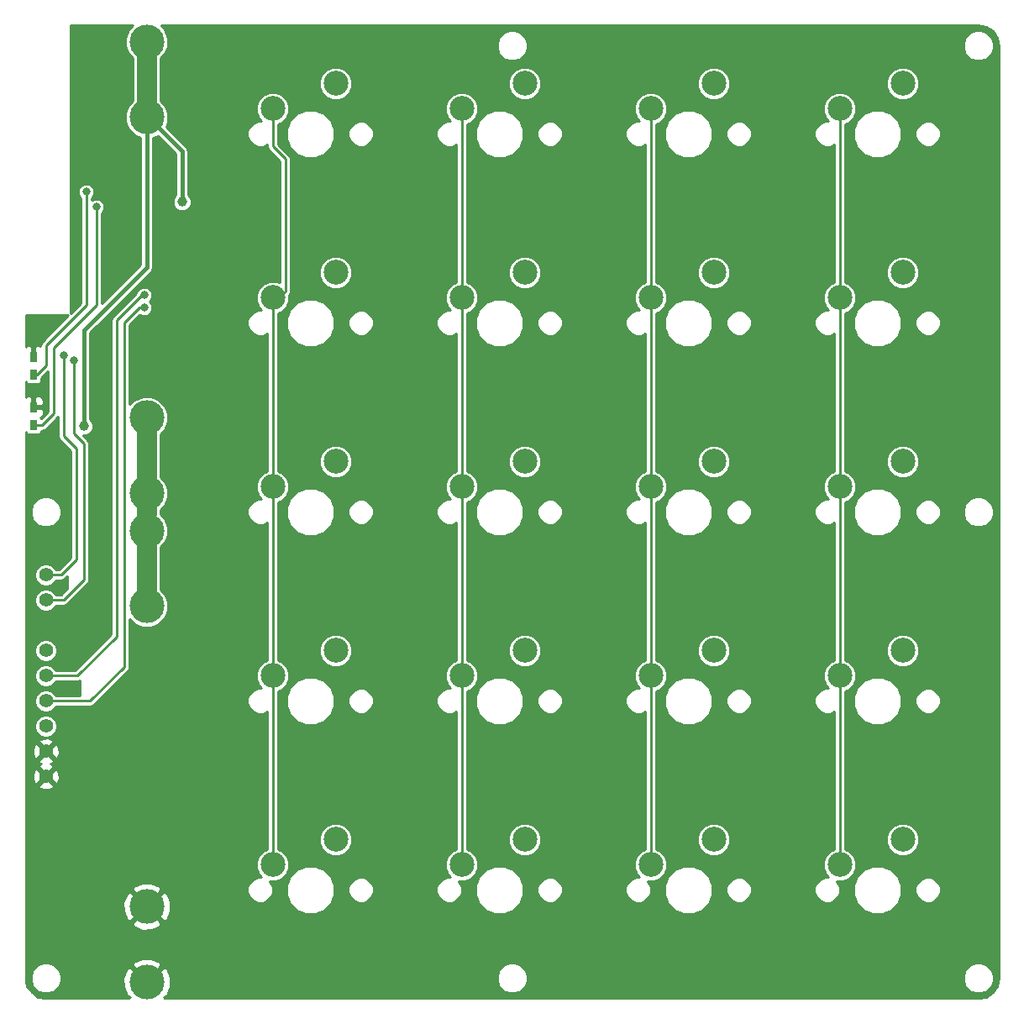
<source format=gtl>
G04 #@! TF.FileFunction,Copper,L1,Top,Signal*
%FSLAX46Y46*%
G04 Gerber Fmt 4.6, Leading zero omitted, Abs format (unit mm)*
G04 Created by KiCad (PCBNEW 4.0.7) date 01/05/18 23:40:39*
%MOMM*%
%LPD*%
G01*
G04 APERTURE LIST*
%ADD10C,0.100000*%
%ADD11C,0.800000*%
%ADD12C,3.500000*%
%ADD13C,2.500000*%
%ADD14R,0.800000X1.000000*%
%ADD15C,1.400000*%
%ADD16C,1.000000*%
%ADD17C,0.400000*%
%ADD18C,2.000000*%
%ADD19C,0.250000*%
%ADD20C,0.254000*%
G04 APERTURE END LIST*
D10*
D11*
X96520000Y-84201000D03*
D12*
X82550000Y-54212000D03*
X82550000Y-61812000D03*
X82550000Y-99712000D03*
X82550000Y-92112000D03*
X82550000Y-103488000D03*
X82550000Y-111088000D03*
X82550000Y-148988000D03*
X82550000Y-141388000D03*
D11*
X77152500Y-94107000D03*
X77152500Y-104457500D03*
X77152500Y-115189000D03*
X127762000Y-85979000D03*
X109220000Y-85217000D03*
D13*
X101600000Y-77470000D03*
X95250000Y-80010000D03*
D11*
X94742000Y-77851000D03*
X89027000Y-78613000D03*
X156210000Y-144780000D03*
X137160000Y-144780000D03*
X118110000Y-144780000D03*
X99060000Y-144780000D03*
X99060000Y-125730000D03*
X118110000Y-125730000D03*
X137160000Y-125730000D03*
X156210000Y-125730000D03*
X156210000Y-106680000D03*
X137160000Y-106680000D03*
X118110000Y-106680000D03*
X99060000Y-106680000D03*
X156210000Y-87630000D03*
X156210000Y-68580000D03*
X137160000Y-68580000D03*
X118110000Y-68580000D03*
X99060000Y-68580000D03*
D13*
X101600000Y-58420000D03*
X95250000Y-60960000D03*
D11*
X84582000Y-72390000D03*
X75438000Y-68072000D03*
X73914000Y-108966000D03*
X73914000Y-121920000D03*
X75184000Y-119380000D03*
X75184000Y-117094000D03*
X75184000Y-114300000D03*
X83312000Y-84328000D03*
X84836000Y-82550000D03*
X87630000Y-73914000D03*
X84836000Y-69342000D03*
X83820000Y-64770000D03*
X78740000Y-76708000D03*
X78486000Y-79502000D03*
X81280000Y-76708000D03*
X81280000Y-74168000D03*
X78486000Y-74168000D03*
X75438000Y-77470000D03*
X75438000Y-80264000D03*
X75438000Y-74422000D03*
X75438000Y-70866000D03*
X149860000Y-81153000D03*
X150368000Y-78740000D03*
X110744000Y-57658000D03*
X74168000Y-104648000D03*
X70866000Y-104648000D03*
X73406000Y-96266000D03*
X70866000Y-99060000D03*
X73914000Y-106680000D03*
X73914000Y-111760000D03*
X74168000Y-99060000D03*
X71374000Y-94488000D03*
X71120000Y-89408000D03*
X71882000Y-84074000D03*
D14*
X71120000Y-85968000D03*
X71120000Y-87768000D03*
X71120000Y-91048000D03*
X71120000Y-92848000D03*
D15*
X72390000Y-110490000D03*
X72390000Y-107950000D03*
X72390000Y-115570000D03*
X72390000Y-125730000D03*
X72390000Y-128270000D03*
X72390000Y-120650000D03*
X72390000Y-118110000D03*
X72390000Y-123190000D03*
D13*
X158750000Y-134620000D03*
X152400000Y-137160000D03*
X158750000Y-115570000D03*
X152400000Y-118110000D03*
X158750000Y-96520000D03*
X152400000Y-99060000D03*
X158750000Y-77470000D03*
X152400000Y-80010000D03*
X158750000Y-58420000D03*
X152400000Y-60960000D03*
X139700000Y-134620000D03*
X133350000Y-137160000D03*
X139700000Y-115570000D03*
X133350000Y-118110000D03*
X139700000Y-96520000D03*
X133350000Y-99060000D03*
X139700000Y-77470000D03*
X133350000Y-80010000D03*
X139700000Y-58420000D03*
X133350000Y-60960000D03*
X120650000Y-134620000D03*
X114300000Y-137160000D03*
X120650000Y-115570000D03*
X114300000Y-118110000D03*
X120650000Y-96520000D03*
X114300000Y-99060000D03*
X120650000Y-77470000D03*
X114300000Y-80010000D03*
X101600000Y-134620000D03*
X95250000Y-137160000D03*
X101600000Y-115570000D03*
X95250000Y-118110000D03*
X101600000Y-96520000D03*
X95250000Y-99060000D03*
X120650000Y-58420000D03*
X114300000Y-60960000D03*
D11*
X70866000Y-82296000D03*
D16*
X86106000Y-70358000D03*
X76200000Y-92964000D03*
D11*
X76454000Y-69342000D03*
X77470000Y-70866000D03*
X75184000Y-86360000D03*
X74168000Y-85852000D03*
X82296000Y-81026000D03*
X82296000Y-79756000D03*
D17*
X86106000Y-70358000D02*
X86106000Y-65278000D01*
X76200000Y-83312000D02*
X76200000Y-92964000D01*
X86106000Y-65278000D02*
X82550000Y-61722000D01*
X82550000Y-61722000D02*
X82550000Y-76962000D01*
X82550000Y-76962000D02*
X76200000Y-83312000D01*
D18*
X82550000Y-54212000D02*
X82550000Y-61812000D01*
X82550000Y-99712000D02*
X82550000Y-101854000D01*
X82550000Y-103488000D02*
X82550000Y-111088000D01*
X82550000Y-92112000D02*
X82550000Y-99712000D01*
D19*
X76454000Y-69342000D02*
X76454000Y-80772000D01*
X76454000Y-80772000D02*
X72390000Y-84836000D01*
X72390000Y-84836000D02*
X72390000Y-86868000D01*
X72390000Y-86868000D02*
X71490000Y-87768000D01*
X71490000Y-87768000D02*
X71120000Y-87768000D01*
X77470000Y-70866000D02*
X77470000Y-80772000D01*
X77470000Y-80772000D02*
X73152000Y-85090000D01*
X73152000Y-85090000D02*
X73152000Y-91694000D01*
X73152000Y-91694000D02*
X71998000Y-92848000D01*
X71998000Y-92848000D02*
X71120000Y-92848000D01*
X72390000Y-110490000D02*
X74168000Y-110490000D01*
X76200000Y-108458000D02*
X74168000Y-110490000D01*
X75184000Y-86360000D02*
X75184000Y-93726000D01*
X75184000Y-93726000D02*
X76200000Y-94742000D01*
X76200000Y-94742000D02*
X76200000Y-108458000D01*
X72390000Y-107950000D02*
X73914000Y-107950000D01*
X74168000Y-85852000D02*
X74168000Y-93980000D01*
X74168000Y-93980000D02*
X75438000Y-95250000D01*
X75438000Y-95250000D02*
X75438000Y-106426000D01*
X75438000Y-106426000D02*
X73914000Y-107950000D01*
X72390000Y-120650000D02*
X76835000Y-120650000D01*
X81788000Y-81026000D02*
X82296000Y-81026000D01*
X76835000Y-120650000D02*
X80264000Y-117221000D01*
X80264000Y-117221000D02*
X80264000Y-82550000D01*
X80264000Y-82550000D02*
X81788000Y-81026000D01*
X72390000Y-118110000D02*
X75565000Y-118110000D01*
X75565000Y-118110000D02*
X79502000Y-114173000D01*
X79502000Y-114173000D02*
X79502000Y-82296000D01*
X79502000Y-82296000D02*
X82042000Y-79756000D01*
X82042000Y-79756000D02*
X82296000Y-79756000D01*
X95250000Y-80010000D02*
X95885000Y-80010000D01*
X95885000Y-80010000D02*
X96520000Y-79375000D01*
X95250000Y-64770000D02*
X95250000Y-60960000D01*
X96520000Y-66040000D02*
X95250000Y-64770000D01*
X96520000Y-79375000D02*
X96520000Y-66040000D01*
X95250000Y-137160000D02*
X95250000Y-118110000D01*
X95250000Y-118110000D02*
X95250000Y-99060000D01*
X95250000Y-99060000D02*
X95250000Y-80010000D01*
X114300000Y-137160000D02*
X114300000Y-118110000D01*
X114300000Y-118110000D02*
X114300000Y-99060000D01*
X114300000Y-99060000D02*
X114300000Y-80010000D01*
X114300000Y-80010000D02*
X114300000Y-60960000D01*
X133350000Y-137160000D02*
X133350000Y-118110000D01*
X133350000Y-118110000D02*
X133350000Y-99060000D01*
X133350000Y-99060000D02*
X133350000Y-80010000D01*
X133350000Y-80010000D02*
X133350000Y-60960000D01*
X152400000Y-80010000D02*
X152400000Y-60960000D01*
X152400000Y-99060000D02*
X152400000Y-80010000D01*
X152400000Y-118110000D02*
X152400000Y-99060000D01*
X152400000Y-137160000D02*
X152400000Y-118110000D01*
D20*
G36*
X167146144Y-52736219D02*
X167804129Y-53175871D01*
X168243781Y-53833855D01*
X168408000Y-54659441D01*
X168408000Y-148540559D01*
X168243781Y-149366145D01*
X167804129Y-150024129D01*
X167146144Y-150463781D01*
X166320559Y-150628000D01*
X84345460Y-150628000D01*
X84357534Y-150615926D01*
X84244530Y-150502922D01*
X84589271Y-150312636D01*
X84940956Y-149431409D01*
X84933960Y-148892407D01*
X117852735Y-148892407D01*
X118084717Y-149453846D01*
X118513894Y-149883773D01*
X119074928Y-150116735D01*
X119682407Y-150117265D01*
X120243846Y-149885283D01*
X120673773Y-149456106D01*
X120906735Y-148895072D01*
X120906737Y-148892407D01*
X164842735Y-148892407D01*
X165074717Y-149453846D01*
X165503894Y-149883773D01*
X166064928Y-150116735D01*
X166672407Y-150117265D01*
X167233846Y-149885283D01*
X167663773Y-149456106D01*
X167896735Y-148895072D01*
X167897265Y-148287593D01*
X167665283Y-147726154D01*
X167236106Y-147296227D01*
X166675072Y-147063265D01*
X166067593Y-147062735D01*
X165506154Y-147294717D01*
X165076227Y-147723894D01*
X164843265Y-148284928D01*
X164842735Y-148892407D01*
X120906737Y-148892407D01*
X120907265Y-148287593D01*
X120675283Y-147726154D01*
X120246106Y-147296227D01*
X119685072Y-147063265D01*
X119077593Y-147062735D01*
X118516154Y-147294717D01*
X118086227Y-147723894D01*
X117853265Y-148284928D01*
X117852735Y-148892407D01*
X84933960Y-148892407D01*
X84928641Y-148482677D01*
X84589271Y-147663364D01*
X84244528Y-147473077D01*
X82729605Y-148988000D01*
X82743748Y-149002143D01*
X82564143Y-149181748D01*
X82550000Y-149167605D01*
X82535858Y-149181748D01*
X82356253Y-149002143D01*
X82370395Y-148988000D01*
X80855472Y-147473077D01*
X80510729Y-147663364D01*
X80159044Y-148544591D01*
X80171359Y-149493323D01*
X80510729Y-150312636D01*
X80855470Y-150502922D01*
X80742466Y-150615926D01*
X80754540Y-150628000D01*
X72439441Y-150628000D01*
X71613855Y-150463781D01*
X70955871Y-150024129D01*
X70516219Y-149366144D01*
X70421987Y-148892407D01*
X70862735Y-148892407D01*
X71094717Y-149453846D01*
X71523894Y-149883773D01*
X72084928Y-150116735D01*
X72692407Y-150117265D01*
X73253846Y-149885283D01*
X73683773Y-149456106D01*
X73916735Y-148895072D01*
X73917265Y-148287593D01*
X73685283Y-147726154D01*
X73256106Y-147296227D01*
X73249472Y-147293472D01*
X81035077Y-147293472D01*
X82550000Y-148808395D01*
X84064923Y-147293472D01*
X83874636Y-146948729D01*
X82993409Y-146597044D01*
X82044677Y-146609359D01*
X81225364Y-146948729D01*
X81035077Y-147293472D01*
X73249472Y-147293472D01*
X72695072Y-147063265D01*
X72087593Y-147062735D01*
X71526154Y-147294717D01*
X71096227Y-147723894D01*
X70863265Y-148284928D01*
X70862735Y-148892407D01*
X70421987Y-148892407D01*
X70352000Y-148540559D01*
X70352000Y-143082528D01*
X81035077Y-143082528D01*
X81225364Y-143427271D01*
X82106591Y-143778956D01*
X83055323Y-143766641D01*
X83874636Y-143427271D01*
X84064923Y-143082528D01*
X82550000Y-141567605D01*
X81035077Y-143082528D01*
X70352000Y-143082528D01*
X70352000Y-140944591D01*
X80159044Y-140944591D01*
X80171359Y-141893323D01*
X80510729Y-142712636D01*
X80855472Y-142902923D01*
X82370395Y-141388000D01*
X82729605Y-141388000D01*
X84244528Y-142902923D01*
X84589271Y-142712636D01*
X84940956Y-141831409D01*
X84928641Y-140882677D01*
X84589271Y-140063364D01*
X84244528Y-139873077D01*
X82729605Y-141388000D01*
X82370395Y-141388000D01*
X80855472Y-139873077D01*
X80510729Y-140063364D01*
X80159044Y-140944591D01*
X70352000Y-140944591D01*
X70352000Y-139693472D01*
X81035077Y-139693472D01*
X82550000Y-141208395D01*
X84064923Y-139693472D01*
X83874636Y-139348729D01*
X82993409Y-138997044D01*
X82044677Y-139009359D01*
X81225364Y-139348729D01*
X81035077Y-139693472D01*
X70352000Y-139693472D01*
X70352000Y-129205275D01*
X71634331Y-129205275D01*
X71696169Y-129441042D01*
X72197122Y-129617419D01*
X72727440Y-129588664D01*
X73083831Y-129441042D01*
X73145669Y-129205275D01*
X72390000Y-128449605D01*
X71634331Y-129205275D01*
X70352000Y-129205275D01*
X70352000Y-128077122D01*
X71042581Y-128077122D01*
X71071336Y-128607440D01*
X71218958Y-128963831D01*
X71454725Y-129025669D01*
X72210395Y-128270000D01*
X72569605Y-128270000D01*
X73325275Y-129025669D01*
X73561042Y-128963831D01*
X73737419Y-128462878D01*
X73708664Y-127932560D01*
X73561042Y-127576169D01*
X73325275Y-127514331D01*
X72569605Y-128270000D01*
X72210395Y-128270000D01*
X71454725Y-127514331D01*
X71218958Y-127576169D01*
X71042581Y-128077122D01*
X70352000Y-128077122D01*
X70352000Y-126665275D01*
X71634331Y-126665275D01*
X71696169Y-126901042D01*
X71954445Y-126991977D01*
X71696169Y-127098958D01*
X71634331Y-127334725D01*
X72390000Y-128090395D01*
X73145669Y-127334725D01*
X73083831Y-127098958D01*
X72825555Y-127008023D01*
X73083831Y-126901042D01*
X73145669Y-126665275D01*
X72390000Y-125909605D01*
X71634331Y-126665275D01*
X70352000Y-126665275D01*
X70352000Y-125537122D01*
X71042581Y-125537122D01*
X71071336Y-126067440D01*
X71218958Y-126423831D01*
X71454725Y-126485669D01*
X72210395Y-125730000D01*
X72569605Y-125730000D01*
X73325275Y-126485669D01*
X73561042Y-126423831D01*
X73737419Y-125922878D01*
X73708664Y-125392560D01*
X73561042Y-125036169D01*
X73325275Y-124974331D01*
X72569605Y-125730000D01*
X72210395Y-125730000D01*
X71454725Y-124974331D01*
X71218958Y-125036169D01*
X71042581Y-125537122D01*
X70352000Y-125537122D01*
X70352000Y-124794725D01*
X71634331Y-124794725D01*
X72390000Y-125550395D01*
X73145669Y-124794725D01*
X73083831Y-124558958D01*
X72582878Y-124382581D01*
X72052560Y-124411336D01*
X71696169Y-124558958D01*
X71634331Y-124794725D01*
X70352000Y-124794725D01*
X70352000Y-123413191D01*
X71262805Y-123413191D01*
X71434019Y-123827560D01*
X71750772Y-124144867D01*
X72164842Y-124316804D01*
X72613191Y-124317195D01*
X73027560Y-124145981D01*
X73344867Y-123829228D01*
X73516804Y-123415158D01*
X73517195Y-122966809D01*
X73345981Y-122552440D01*
X73029228Y-122235133D01*
X72615158Y-122063196D01*
X72166809Y-122062805D01*
X71752440Y-122234019D01*
X71435133Y-122550772D01*
X71263196Y-122964842D01*
X71262805Y-123413191D01*
X70352000Y-123413191D01*
X70352000Y-118333191D01*
X71262805Y-118333191D01*
X71434019Y-118747560D01*
X71750772Y-119064867D01*
X72164842Y-119236804D01*
X72613191Y-119237195D01*
X73027560Y-119065981D01*
X73344867Y-118749228D01*
X73381087Y-118662000D01*
X75565000Y-118662000D01*
X75776242Y-118619982D01*
X75819000Y-118591412D01*
X75819000Y-120098000D01*
X73381334Y-120098000D01*
X73345981Y-120012440D01*
X73029228Y-119695133D01*
X72615158Y-119523196D01*
X72166809Y-119522805D01*
X71752440Y-119694019D01*
X71435133Y-120010772D01*
X71263196Y-120424842D01*
X71262805Y-120873191D01*
X71434019Y-121287560D01*
X71750772Y-121604867D01*
X72164842Y-121776804D01*
X72613191Y-121777195D01*
X73027560Y-121605981D01*
X73344867Y-121289228D01*
X73381087Y-121202000D01*
X76835000Y-121202000D01*
X77046242Y-121159982D01*
X77225323Y-121040323D01*
X80654323Y-117611323D01*
X80773981Y-117432242D01*
X80773982Y-117432241D01*
X80816000Y-117221000D01*
X80816000Y-112432404D01*
X81315218Y-112932495D01*
X82115068Y-113264621D01*
X82981132Y-113265377D01*
X83781560Y-112934647D01*
X84394495Y-112322782D01*
X84726621Y-111522932D01*
X84727377Y-110656868D01*
X84396647Y-109856440D01*
X83977000Y-109436059D01*
X83977000Y-105139548D01*
X84394495Y-104722782D01*
X84726621Y-103922932D01*
X84727377Y-103056868D01*
X84396647Y-102256440D01*
X83977000Y-101836059D01*
X83977000Y-101363548D01*
X84394495Y-100946782D01*
X84726621Y-100146932D01*
X84727377Y-99280868D01*
X84396647Y-98480440D01*
X83977000Y-98060059D01*
X83977000Y-93763548D01*
X84394495Y-93346782D01*
X84726621Y-92546932D01*
X84727377Y-91680868D01*
X84396647Y-90880440D01*
X83784782Y-90267505D01*
X82984932Y-89935379D01*
X82118868Y-89934623D01*
X81318440Y-90265353D01*
X80816000Y-90766916D01*
X80816000Y-82778646D01*
X81855920Y-81738726D01*
X82130778Y-81852856D01*
X82459779Y-81853143D01*
X82763846Y-81727505D01*
X82996688Y-81495070D01*
X83122856Y-81191222D01*
X83123143Y-80862221D01*
X82997505Y-80558154D01*
X82830555Y-80390912D01*
X82996688Y-80225070D01*
X83122856Y-79921222D01*
X83123143Y-79592221D01*
X82997505Y-79288154D01*
X82765070Y-79055312D01*
X82461222Y-78929144D01*
X82132221Y-78928857D01*
X81828154Y-79054495D01*
X81595312Y-79286930D01*
X81499371Y-79517983D01*
X79111677Y-81905677D01*
X78992018Y-82084758D01*
X78992018Y-82084759D01*
X78950000Y-82296000D01*
X78950000Y-113944354D01*
X75336354Y-117558000D01*
X73381334Y-117558000D01*
X73345981Y-117472440D01*
X73029228Y-117155133D01*
X72615158Y-116983196D01*
X72166809Y-116982805D01*
X71752440Y-117154019D01*
X71435133Y-117470772D01*
X71263196Y-117884842D01*
X71262805Y-118333191D01*
X70352000Y-118333191D01*
X70352000Y-115793191D01*
X71262805Y-115793191D01*
X71434019Y-116207560D01*
X71750772Y-116524867D01*
X72164842Y-116696804D01*
X72613191Y-116697195D01*
X73027560Y-116525981D01*
X73344867Y-116209228D01*
X73516804Y-115795158D01*
X73517195Y-115346809D01*
X73345981Y-114932440D01*
X73029228Y-114615133D01*
X72615158Y-114443196D01*
X72166809Y-114442805D01*
X71752440Y-114614019D01*
X71435133Y-114930772D01*
X71263196Y-115344842D01*
X71262805Y-115793191D01*
X70352000Y-115793191D01*
X70352000Y-101902407D01*
X70862735Y-101902407D01*
X71094717Y-102463846D01*
X71523894Y-102893773D01*
X72084928Y-103126735D01*
X72692407Y-103127265D01*
X73253846Y-102895283D01*
X73683773Y-102466106D01*
X73916735Y-101905072D01*
X73917265Y-101297593D01*
X73685283Y-100736154D01*
X73256106Y-100306227D01*
X72695072Y-100073265D01*
X72087593Y-100072735D01*
X71526154Y-100304717D01*
X71096227Y-100733894D01*
X70863265Y-101294928D01*
X70862735Y-101902407D01*
X70352000Y-101902407D01*
X70352000Y-93564655D01*
X70407927Y-93651567D01*
X70550619Y-93749064D01*
X70720000Y-93783365D01*
X71520000Y-93783365D01*
X71678237Y-93753591D01*
X71823567Y-93660073D01*
X71921064Y-93517381D01*
X71944835Y-93400000D01*
X71998000Y-93400000D01*
X72209242Y-93357982D01*
X72388323Y-93238323D01*
X73542323Y-92084323D01*
X73574660Y-92035927D01*
X73616000Y-91974058D01*
X73616000Y-93980000D01*
X73658018Y-94191242D01*
X73777677Y-94370323D01*
X74886000Y-95478646D01*
X74886000Y-106197354D01*
X73685354Y-107398000D01*
X73381334Y-107398000D01*
X73345981Y-107312440D01*
X73029228Y-106995133D01*
X72615158Y-106823196D01*
X72166809Y-106822805D01*
X71752440Y-106994019D01*
X71435133Y-107310772D01*
X71263196Y-107724842D01*
X71262805Y-108173191D01*
X71434019Y-108587560D01*
X71750772Y-108904867D01*
X72164842Y-109076804D01*
X72613191Y-109077195D01*
X73027560Y-108905981D01*
X73344867Y-108589228D01*
X73381087Y-108502000D01*
X73914000Y-108502000D01*
X74125242Y-108459982D01*
X74304323Y-108340323D01*
X74549000Y-108095646D01*
X74549000Y-109220000D01*
X74557685Y-109266159D01*
X74578636Y-109298718D01*
X73939354Y-109938000D01*
X73381334Y-109938000D01*
X73345981Y-109852440D01*
X73029228Y-109535133D01*
X72615158Y-109363196D01*
X72166809Y-109362805D01*
X71752440Y-109534019D01*
X71435133Y-109850772D01*
X71263196Y-110264842D01*
X71262805Y-110713191D01*
X71434019Y-111127560D01*
X71750772Y-111444867D01*
X72164842Y-111616804D01*
X72613191Y-111617195D01*
X73027560Y-111445981D01*
X73344867Y-111129228D01*
X73381087Y-111042000D01*
X74168000Y-111042000D01*
X74379242Y-110999982D01*
X74558323Y-110880323D01*
X76590323Y-108848323D01*
X76709982Y-108669242D01*
X76752000Y-108458000D01*
X76752000Y-94742000D01*
X76709982Y-94530759D01*
X76709982Y-94530758D01*
X76590323Y-94351677D01*
X76129585Y-93890939D01*
X76383583Y-93891161D01*
X76724417Y-93750331D01*
X76985414Y-93489789D01*
X77126839Y-93149201D01*
X77127161Y-92780417D01*
X76986331Y-92439583D01*
X76827000Y-92279974D01*
X76827000Y-83571712D01*
X82993356Y-77405356D01*
X83129272Y-77201943D01*
X83177000Y-76962000D01*
X83177000Y-63908446D01*
X83653039Y-63711751D01*
X85479000Y-65537712D01*
X85479000Y-69674073D01*
X85320586Y-69832211D01*
X85179161Y-70172799D01*
X85178839Y-70541583D01*
X85319669Y-70882417D01*
X85580211Y-71143414D01*
X85920799Y-71284839D01*
X86289583Y-71285161D01*
X86630417Y-71144331D01*
X86891414Y-70883789D01*
X87032839Y-70543201D01*
X87033161Y-70174417D01*
X86892331Y-69833583D01*
X86733000Y-69673974D01*
X86733000Y-65278000D01*
X86685272Y-65038057D01*
X86549356Y-64834644D01*
X85468599Y-63753887D01*
X92697778Y-63753887D01*
X92892539Y-64225246D01*
X93252857Y-64586193D01*
X93723876Y-64781777D01*
X94233887Y-64782222D01*
X94698000Y-64590455D01*
X94698000Y-64770000D01*
X94740018Y-64981242D01*
X94859677Y-65160323D01*
X95968000Y-66268646D01*
X95968000Y-78492311D01*
X95585039Y-78333292D01*
X94917888Y-78332710D01*
X94301297Y-78587480D01*
X93829138Y-79058816D01*
X93573292Y-79674961D01*
X93572710Y-80342112D01*
X93827480Y-80958703D01*
X94136374Y-81268136D01*
X93726113Y-81267778D01*
X93254754Y-81462539D01*
X92893807Y-81822857D01*
X92698223Y-82293876D01*
X92697778Y-82803887D01*
X92892539Y-83275246D01*
X93252857Y-83636193D01*
X93723876Y-83831777D01*
X94233887Y-83832222D01*
X94698000Y-83640455D01*
X94698000Y-97473566D01*
X94301297Y-97637480D01*
X93829138Y-98108816D01*
X93573292Y-98724961D01*
X93572710Y-99392112D01*
X93827480Y-100008703D01*
X94136374Y-100318136D01*
X93726113Y-100317778D01*
X93254754Y-100512539D01*
X92893807Y-100872857D01*
X92698223Y-101343876D01*
X92697778Y-101853887D01*
X92892539Y-102325246D01*
X93252857Y-102686193D01*
X93723876Y-102881777D01*
X94233887Y-102882222D01*
X94698000Y-102690455D01*
X94698000Y-116523566D01*
X94301297Y-116687480D01*
X93829138Y-117158816D01*
X93573292Y-117774961D01*
X93572710Y-118442112D01*
X93827480Y-119058703D01*
X94136374Y-119368136D01*
X93726113Y-119367778D01*
X93254754Y-119562539D01*
X92893807Y-119922857D01*
X92698223Y-120393876D01*
X92697778Y-120903887D01*
X92892539Y-121375246D01*
X93252857Y-121736193D01*
X93723876Y-121931777D01*
X94233887Y-121932222D01*
X94698000Y-121740455D01*
X94698000Y-135573566D01*
X94301297Y-135737480D01*
X93829138Y-136208816D01*
X93573292Y-136824961D01*
X93572710Y-137492112D01*
X93827480Y-138108703D01*
X94136374Y-138418136D01*
X93726113Y-138417778D01*
X93254754Y-138612539D01*
X92893807Y-138972857D01*
X92698223Y-139443876D01*
X92697778Y-139953887D01*
X92892539Y-140425246D01*
X93252857Y-140786193D01*
X93723876Y-140981777D01*
X94233887Y-140982222D01*
X94705246Y-140787461D01*
X95066193Y-140427143D01*
X95168549Y-140180642D01*
X96632579Y-140180642D01*
X97001290Y-141072989D01*
X97683420Y-141756311D01*
X98575122Y-142126578D01*
X99540642Y-142127421D01*
X100432989Y-141758710D01*
X101116311Y-141076580D01*
X101486578Y-140184878D01*
X101486779Y-139953887D01*
X102857778Y-139953887D01*
X103052539Y-140425246D01*
X103412857Y-140786193D01*
X103883876Y-140981777D01*
X104393887Y-140982222D01*
X104865246Y-140787461D01*
X105226193Y-140427143D01*
X105421777Y-139956124D01*
X105422222Y-139446113D01*
X105227461Y-138974754D01*
X104867143Y-138613807D01*
X104396124Y-138418223D01*
X103886113Y-138417778D01*
X103414754Y-138612539D01*
X103053807Y-138972857D01*
X102858223Y-139443876D01*
X102857778Y-139953887D01*
X101486779Y-139953887D01*
X101487421Y-139219358D01*
X101118710Y-138327011D01*
X100436580Y-137643689D01*
X99544878Y-137273422D01*
X98579358Y-137272579D01*
X97687011Y-137641290D01*
X97003689Y-138323420D01*
X96633422Y-139215122D01*
X96632579Y-140180642D01*
X95168549Y-140180642D01*
X95261777Y-139956124D01*
X95262222Y-139446113D01*
X95067461Y-138974754D01*
X94929668Y-138836721D01*
X95582112Y-138837290D01*
X96198703Y-138582520D01*
X96670862Y-138111184D01*
X96926708Y-137495039D01*
X96927290Y-136827888D01*
X96672520Y-136211297D01*
X96201184Y-135739138D01*
X95802000Y-135573382D01*
X95802000Y-134952112D01*
X99922710Y-134952112D01*
X100177480Y-135568703D01*
X100648816Y-136040862D01*
X101264961Y-136296708D01*
X101932112Y-136297290D01*
X102548703Y-136042520D01*
X103020862Y-135571184D01*
X103276708Y-134955039D01*
X103277290Y-134287888D01*
X103022520Y-133671297D01*
X102551184Y-133199138D01*
X101935039Y-132943292D01*
X101267888Y-132942710D01*
X100651297Y-133197480D01*
X100179138Y-133668816D01*
X99923292Y-134284961D01*
X99922710Y-134952112D01*
X95802000Y-134952112D01*
X95802000Y-121130642D01*
X96632579Y-121130642D01*
X97001290Y-122022989D01*
X97683420Y-122706311D01*
X98575122Y-123076578D01*
X99540642Y-123077421D01*
X100432989Y-122708710D01*
X101116311Y-122026580D01*
X101486578Y-121134878D01*
X101486779Y-120903887D01*
X102857778Y-120903887D01*
X103052539Y-121375246D01*
X103412857Y-121736193D01*
X103883876Y-121931777D01*
X104393887Y-121932222D01*
X104865246Y-121737461D01*
X105226193Y-121377143D01*
X105421777Y-120906124D01*
X105422222Y-120396113D01*
X105227461Y-119924754D01*
X104867143Y-119563807D01*
X104396124Y-119368223D01*
X103886113Y-119367778D01*
X103414754Y-119562539D01*
X103053807Y-119922857D01*
X102858223Y-120393876D01*
X102857778Y-120903887D01*
X101486779Y-120903887D01*
X101487421Y-120169358D01*
X101118710Y-119277011D01*
X100436580Y-118593689D01*
X99544878Y-118223422D01*
X98579358Y-118222579D01*
X97687011Y-118591290D01*
X97003689Y-119273420D01*
X96633422Y-120165122D01*
X96632579Y-121130642D01*
X95802000Y-121130642D01*
X95802000Y-119696434D01*
X96198703Y-119532520D01*
X96670862Y-119061184D01*
X96926708Y-118445039D01*
X96927290Y-117777888D01*
X96672520Y-117161297D01*
X96201184Y-116689138D01*
X95802000Y-116523382D01*
X95802000Y-115902112D01*
X99922710Y-115902112D01*
X100177480Y-116518703D01*
X100648816Y-116990862D01*
X101264961Y-117246708D01*
X101932112Y-117247290D01*
X102548703Y-116992520D01*
X103020862Y-116521184D01*
X103276708Y-115905039D01*
X103277290Y-115237888D01*
X103022520Y-114621297D01*
X102551184Y-114149138D01*
X101935039Y-113893292D01*
X101267888Y-113892710D01*
X100651297Y-114147480D01*
X100179138Y-114618816D01*
X99923292Y-115234961D01*
X99922710Y-115902112D01*
X95802000Y-115902112D01*
X95802000Y-102080642D01*
X96632579Y-102080642D01*
X97001290Y-102972989D01*
X97683420Y-103656311D01*
X98575122Y-104026578D01*
X99540642Y-104027421D01*
X100432989Y-103658710D01*
X101116311Y-102976580D01*
X101486578Y-102084878D01*
X101486779Y-101853887D01*
X102857778Y-101853887D01*
X103052539Y-102325246D01*
X103412857Y-102686193D01*
X103883876Y-102881777D01*
X104393887Y-102882222D01*
X104865246Y-102687461D01*
X105226193Y-102327143D01*
X105421777Y-101856124D01*
X105422222Y-101346113D01*
X105227461Y-100874754D01*
X104867143Y-100513807D01*
X104396124Y-100318223D01*
X103886113Y-100317778D01*
X103414754Y-100512539D01*
X103053807Y-100872857D01*
X102858223Y-101343876D01*
X102857778Y-101853887D01*
X101486779Y-101853887D01*
X101487421Y-101119358D01*
X101118710Y-100227011D01*
X100436580Y-99543689D01*
X99544878Y-99173422D01*
X98579358Y-99172579D01*
X97687011Y-99541290D01*
X97003689Y-100223420D01*
X96633422Y-101115122D01*
X96632579Y-102080642D01*
X95802000Y-102080642D01*
X95802000Y-100646434D01*
X96198703Y-100482520D01*
X96670862Y-100011184D01*
X96926708Y-99395039D01*
X96927290Y-98727888D01*
X96672520Y-98111297D01*
X96201184Y-97639138D01*
X95802000Y-97473382D01*
X95802000Y-96852112D01*
X99922710Y-96852112D01*
X100177480Y-97468703D01*
X100648816Y-97940862D01*
X101264961Y-98196708D01*
X101932112Y-98197290D01*
X102548703Y-97942520D01*
X103020862Y-97471184D01*
X103276708Y-96855039D01*
X103277290Y-96187888D01*
X103022520Y-95571297D01*
X102551184Y-95099138D01*
X101935039Y-94843292D01*
X101267888Y-94842710D01*
X100651297Y-95097480D01*
X100179138Y-95568816D01*
X99923292Y-96184961D01*
X99922710Y-96852112D01*
X95802000Y-96852112D01*
X95802000Y-83030642D01*
X96632579Y-83030642D01*
X97001290Y-83922989D01*
X97683420Y-84606311D01*
X98575122Y-84976578D01*
X99540642Y-84977421D01*
X100432989Y-84608710D01*
X101116311Y-83926580D01*
X101486578Y-83034878D01*
X101486779Y-82803887D01*
X102857778Y-82803887D01*
X103052539Y-83275246D01*
X103412857Y-83636193D01*
X103883876Y-83831777D01*
X104393887Y-83832222D01*
X104865246Y-83637461D01*
X105226193Y-83277143D01*
X105421777Y-82806124D01*
X105422222Y-82296113D01*
X105227461Y-81824754D01*
X104867143Y-81463807D01*
X104396124Y-81268223D01*
X103886113Y-81267778D01*
X103414754Y-81462539D01*
X103053807Y-81822857D01*
X102858223Y-82293876D01*
X102857778Y-82803887D01*
X101486779Y-82803887D01*
X101487421Y-82069358D01*
X101118710Y-81177011D01*
X100436580Y-80493689D01*
X99544878Y-80123422D01*
X98579358Y-80122579D01*
X97687011Y-80491290D01*
X97003689Y-81173420D01*
X96633422Y-82065122D01*
X96632579Y-83030642D01*
X95802000Y-83030642D01*
X95802000Y-81596434D01*
X96198703Y-81432520D01*
X96670862Y-80961184D01*
X96926708Y-80345039D01*
X96927236Y-79740011D01*
X97029982Y-79586242D01*
X97072000Y-79375000D01*
X97072000Y-77802112D01*
X99922710Y-77802112D01*
X100177480Y-78418703D01*
X100648816Y-78890862D01*
X101264961Y-79146708D01*
X101932112Y-79147290D01*
X102548703Y-78892520D01*
X103020862Y-78421184D01*
X103276708Y-77805039D01*
X103277290Y-77137888D01*
X103022520Y-76521297D01*
X102551184Y-76049138D01*
X101935039Y-75793292D01*
X101267888Y-75792710D01*
X100651297Y-76047480D01*
X100179138Y-76518816D01*
X99923292Y-77134961D01*
X99922710Y-77802112D01*
X97072000Y-77802112D01*
X97072000Y-66040000D01*
X97029982Y-65828759D01*
X97029982Y-65828758D01*
X96910323Y-65649677D01*
X95802000Y-64541354D01*
X95802000Y-63980642D01*
X96632579Y-63980642D01*
X97001290Y-64872989D01*
X97683420Y-65556311D01*
X98575122Y-65926578D01*
X99540642Y-65927421D01*
X100432989Y-65558710D01*
X101116311Y-64876580D01*
X101486578Y-63984878D01*
X101486779Y-63753887D01*
X102857778Y-63753887D01*
X103052539Y-64225246D01*
X103412857Y-64586193D01*
X103883876Y-64781777D01*
X104393887Y-64782222D01*
X104865246Y-64587461D01*
X105226193Y-64227143D01*
X105421777Y-63756124D01*
X105421778Y-63753887D01*
X111747778Y-63753887D01*
X111942539Y-64225246D01*
X112302857Y-64586193D01*
X112773876Y-64781777D01*
X113283887Y-64782222D01*
X113748000Y-64590455D01*
X113748000Y-78423566D01*
X113351297Y-78587480D01*
X112879138Y-79058816D01*
X112623292Y-79674961D01*
X112622710Y-80342112D01*
X112877480Y-80958703D01*
X113186374Y-81268136D01*
X112776113Y-81267778D01*
X112304754Y-81462539D01*
X111943807Y-81822857D01*
X111748223Y-82293876D01*
X111747778Y-82803887D01*
X111942539Y-83275246D01*
X112302857Y-83636193D01*
X112773876Y-83831777D01*
X113283887Y-83832222D01*
X113748000Y-83640455D01*
X113748000Y-97473566D01*
X113351297Y-97637480D01*
X112879138Y-98108816D01*
X112623292Y-98724961D01*
X112622710Y-99392112D01*
X112877480Y-100008703D01*
X113186374Y-100318136D01*
X112776113Y-100317778D01*
X112304754Y-100512539D01*
X111943807Y-100872857D01*
X111748223Y-101343876D01*
X111747778Y-101853887D01*
X111942539Y-102325246D01*
X112302857Y-102686193D01*
X112773876Y-102881777D01*
X113283887Y-102882222D01*
X113748000Y-102690455D01*
X113748000Y-116523566D01*
X113351297Y-116687480D01*
X112879138Y-117158816D01*
X112623292Y-117774961D01*
X112622710Y-118442112D01*
X112877480Y-119058703D01*
X113186374Y-119368136D01*
X112776113Y-119367778D01*
X112304754Y-119562539D01*
X111943807Y-119922857D01*
X111748223Y-120393876D01*
X111747778Y-120903887D01*
X111942539Y-121375246D01*
X112302857Y-121736193D01*
X112773876Y-121931777D01*
X113283887Y-121932222D01*
X113748000Y-121740455D01*
X113748000Y-135573566D01*
X113351297Y-135737480D01*
X112879138Y-136208816D01*
X112623292Y-136824961D01*
X112622710Y-137492112D01*
X112877480Y-138108703D01*
X113186374Y-138418136D01*
X112776113Y-138417778D01*
X112304754Y-138612539D01*
X111943807Y-138972857D01*
X111748223Y-139443876D01*
X111747778Y-139953887D01*
X111942539Y-140425246D01*
X112302857Y-140786193D01*
X112773876Y-140981777D01*
X113283887Y-140982222D01*
X113755246Y-140787461D01*
X114116193Y-140427143D01*
X114218549Y-140180642D01*
X115682579Y-140180642D01*
X116051290Y-141072989D01*
X116733420Y-141756311D01*
X117625122Y-142126578D01*
X118590642Y-142127421D01*
X119482989Y-141758710D01*
X120166311Y-141076580D01*
X120536578Y-140184878D01*
X120536779Y-139953887D01*
X121907778Y-139953887D01*
X122102539Y-140425246D01*
X122462857Y-140786193D01*
X122933876Y-140981777D01*
X123443887Y-140982222D01*
X123915246Y-140787461D01*
X124276193Y-140427143D01*
X124471777Y-139956124D01*
X124472222Y-139446113D01*
X124277461Y-138974754D01*
X123917143Y-138613807D01*
X123446124Y-138418223D01*
X122936113Y-138417778D01*
X122464754Y-138612539D01*
X122103807Y-138972857D01*
X121908223Y-139443876D01*
X121907778Y-139953887D01*
X120536779Y-139953887D01*
X120537421Y-139219358D01*
X120168710Y-138327011D01*
X119486580Y-137643689D01*
X118594878Y-137273422D01*
X117629358Y-137272579D01*
X116737011Y-137641290D01*
X116053689Y-138323420D01*
X115683422Y-139215122D01*
X115682579Y-140180642D01*
X114218549Y-140180642D01*
X114311777Y-139956124D01*
X114312222Y-139446113D01*
X114117461Y-138974754D01*
X113979668Y-138836721D01*
X114632112Y-138837290D01*
X115248703Y-138582520D01*
X115720862Y-138111184D01*
X115976708Y-137495039D01*
X115977290Y-136827888D01*
X115722520Y-136211297D01*
X115251184Y-135739138D01*
X114852000Y-135573382D01*
X114852000Y-134952112D01*
X118972710Y-134952112D01*
X119227480Y-135568703D01*
X119698816Y-136040862D01*
X120314961Y-136296708D01*
X120982112Y-136297290D01*
X121598703Y-136042520D01*
X122070862Y-135571184D01*
X122326708Y-134955039D01*
X122327290Y-134287888D01*
X122072520Y-133671297D01*
X121601184Y-133199138D01*
X120985039Y-132943292D01*
X120317888Y-132942710D01*
X119701297Y-133197480D01*
X119229138Y-133668816D01*
X118973292Y-134284961D01*
X118972710Y-134952112D01*
X114852000Y-134952112D01*
X114852000Y-121130642D01*
X115682579Y-121130642D01*
X116051290Y-122022989D01*
X116733420Y-122706311D01*
X117625122Y-123076578D01*
X118590642Y-123077421D01*
X119482989Y-122708710D01*
X120166311Y-122026580D01*
X120536578Y-121134878D01*
X120536779Y-120903887D01*
X121907778Y-120903887D01*
X122102539Y-121375246D01*
X122462857Y-121736193D01*
X122933876Y-121931777D01*
X123443887Y-121932222D01*
X123915246Y-121737461D01*
X124276193Y-121377143D01*
X124471777Y-120906124D01*
X124472222Y-120396113D01*
X124277461Y-119924754D01*
X123917143Y-119563807D01*
X123446124Y-119368223D01*
X122936113Y-119367778D01*
X122464754Y-119562539D01*
X122103807Y-119922857D01*
X121908223Y-120393876D01*
X121907778Y-120903887D01*
X120536779Y-120903887D01*
X120537421Y-120169358D01*
X120168710Y-119277011D01*
X119486580Y-118593689D01*
X118594878Y-118223422D01*
X117629358Y-118222579D01*
X116737011Y-118591290D01*
X116053689Y-119273420D01*
X115683422Y-120165122D01*
X115682579Y-121130642D01*
X114852000Y-121130642D01*
X114852000Y-119696434D01*
X115248703Y-119532520D01*
X115720862Y-119061184D01*
X115976708Y-118445039D01*
X115977290Y-117777888D01*
X115722520Y-117161297D01*
X115251184Y-116689138D01*
X114852000Y-116523382D01*
X114852000Y-115902112D01*
X118972710Y-115902112D01*
X119227480Y-116518703D01*
X119698816Y-116990862D01*
X120314961Y-117246708D01*
X120982112Y-117247290D01*
X121598703Y-116992520D01*
X122070862Y-116521184D01*
X122326708Y-115905039D01*
X122327290Y-115237888D01*
X122072520Y-114621297D01*
X121601184Y-114149138D01*
X120985039Y-113893292D01*
X120317888Y-113892710D01*
X119701297Y-114147480D01*
X119229138Y-114618816D01*
X118973292Y-115234961D01*
X118972710Y-115902112D01*
X114852000Y-115902112D01*
X114852000Y-102080642D01*
X115682579Y-102080642D01*
X116051290Y-102972989D01*
X116733420Y-103656311D01*
X117625122Y-104026578D01*
X118590642Y-104027421D01*
X119482989Y-103658710D01*
X120166311Y-102976580D01*
X120536578Y-102084878D01*
X120536779Y-101853887D01*
X121907778Y-101853887D01*
X122102539Y-102325246D01*
X122462857Y-102686193D01*
X122933876Y-102881777D01*
X123443887Y-102882222D01*
X123915246Y-102687461D01*
X124276193Y-102327143D01*
X124471777Y-101856124D01*
X124472222Y-101346113D01*
X124277461Y-100874754D01*
X123917143Y-100513807D01*
X123446124Y-100318223D01*
X122936113Y-100317778D01*
X122464754Y-100512539D01*
X122103807Y-100872857D01*
X121908223Y-101343876D01*
X121907778Y-101853887D01*
X120536779Y-101853887D01*
X120537421Y-101119358D01*
X120168710Y-100227011D01*
X119486580Y-99543689D01*
X118594878Y-99173422D01*
X117629358Y-99172579D01*
X116737011Y-99541290D01*
X116053689Y-100223420D01*
X115683422Y-101115122D01*
X115682579Y-102080642D01*
X114852000Y-102080642D01*
X114852000Y-100646434D01*
X115248703Y-100482520D01*
X115720862Y-100011184D01*
X115976708Y-99395039D01*
X115977290Y-98727888D01*
X115722520Y-98111297D01*
X115251184Y-97639138D01*
X114852000Y-97473382D01*
X114852000Y-96852112D01*
X118972710Y-96852112D01*
X119227480Y-97468703D01*
X119698816Y-97940862D01*
X120314961Y-98196708D01*
X120982112Y-98197290D01*
X121598703Y-97942520D01*
X122070862Y-97471184D01*
X122326708Y-96855039D01*
X122327290Y-96187888D01*
X122072520Y-95571297D01*
X121601184Y-95099138D01*
X120985039Y-94843292D01*
X120317888Y-94842710D01*
X119701297Y-95097480D01*
X119229138Y-95568816D01*
X118973292Y-96184961D01*
X118972710Y-96852112D01*
X114852000Y-96852112D01*
X114852000Y-83030642D01*
X115682579Y-83030642D01*
X116051290Y-83922989D01*
X116733420Y-84606311D01*
X117625122Y-84976578D01*
X118590642Y-84977421D01*
X119482989Y-84608710D01*
X120166311Y-83926580D01*
X120536578Y-83034878D01*
X120536779Y-82803887D01*
X121907778Y-82803887D01*
X122102539Y-83275246D01*
X122462857Y-83636193D01*
X122933876Y-83831777D01*
X123443887Y-83832222D01*
X123915246Y-83637461D01*
X124276193Y-83277143D01*
X124471777Y-82806124D01*
X124472222Y-82296113D01*
X124277461Y-81824754D01*
X123917143Y-81463807D01*
X123446124Y-81268223D01*
X122936113Y-81267778D01*
X122464754Y-81462539D01*
X122103807Y-81822857D01*
X121908223Y-82293876D01*
X121907778Y-82803887D01*
X120536779Y-82803887D01*
X120537421Y-82069358D01*
X120168710Y-81177011D01*
X119486580Y-80493689D01*
X118594878Y-80123422D01*
X117629358Y-80122579D01*
X116737011Y-80491290D01*
X116053689Y-81173420D01*
X115683422Y-82065122D01*
X115682579Y-83030642D01*
X114852000Y-83030642D01*
X114852000Y-81596434D01*
X115248703Y-81432520D01*
X115720862Y-80961184D01*
X115976708Y-80345039D01*
X115977290Y-79677888D01*
X115722520Y-79061297D01*
X115251184Y-78589138D01*
X114852000Y-78423382D01*
X114852000Y-77802112D01*
X118972710Y-77802112D01*
X119227480Y-78418703D01*
X119698816Y-78890862D01*
X120314961Y-79146708D01*
X120982112Y-79147290D01*
X121598703Y-78892520D01*
X122070862Y-78421184D01*
X122326708Y-77805039D01*
X122327290Y-77137888D01*
X122072520Y-76521297D01*
X121601184Y-76049138D01*
X120985039Y-75793292D01*
X120317888Y-75792710D01*
X119701297Y-76047480D01*
X119229138Y-76518816D01*
X118973292Y-77134961D01*
X118972710Y-77802112D01*
X114852000Y-77802112D01*
X114852000Y-63980642D01*
X115682579Y-63980642D01*
X116051290Y-64872989D01*
X116733420Y-65556311D01*
X117625122Y-65926578D01*
X118590642Y-65927421D01*
X119482989Y-65558710D01*
X120166311Y-64876580D01*
X120536578Y-63984878D01*
X120536779Y-63753887D01*
X121907778Y-63753887D01*
X122102539Y-64225246D01*
X122462857Y-64586193D01*
X122933876Y-64781777D01*
X123443887Y-64782222D01*
X123915246Y-64587461D01*
X124276193Y-64227143D01*
X124471777Y-63756124D01*
X124471778Y-63753887D01*
X130797778Y-63753887D01*
X130992539Y-64225246D01*
X131352857Y-64586193D01*
X131823876Y-64781777D01*
X132333887Y-64782222D01*
X132798000Y-64590455D01*
X132798000Y-78423566D01*
X132401297Y-78587480D01*
X131929138Y-79058816D01*
X131673292Y-79674961D01*
X131672710Y-80342112D01*
X131927480Y-80958703D01*
X132236374Y-81268136D01*
X131826113Y-81267778D01*
X131354754Y-81462539D01*
X130993807Y-81822857D01*
X130798223Y-82293876D01*
X130797778Y-82803887D01*
X130992539Y-83275246D01*
X131352857Y-83636193D01*
X131823876Y-83831777D01*
X132333887Y-83832222D01*
X132798000Y-83640455D01*
X132798000Y-97473566D01*
X132401297Y-97637480D01*
X131929138Y-98108816D01*
X131673292Y-98724961D01*
X131672710Y-99392112D01*
X131927480Y-100008703D01*
X132236374Y-100318136D01*
X131826113Y-100317778D01*
X131354754Y-100512539D01*
X130993807Y-100872857D01*
X130798223Y-101343876D01*
X130797778Y-101853887D01*
X130992539Y-102325246D01*
X131352857Y-102686193D01*
X131823876Y-102881777D01*
X132333887Y-102882222D01*
X132798000Y-102690455D01*
X132798000Y-116523566D01*
X132401297Y-116687480D01*
X131929138Y-117158816D01*
X131673292Y-117774961D01*
X131672710Y-118442112D01*
X131927480Y-119058703D01*
X132236374Y-119368136D01*
X131826113Y-119367778D01*
X131354754Y-119562539D01*
X130993807Y-119922857D01*
X130798223Y-120393876D01*
X130797778Y-120903887D01*
X130992539Y-121375246D01*
X131352857Y-121736193D01*
X131823876Y-121931777D01*
X132333887Y-121932222D01*
X132798000Y-121740455D01*
X132798000Y-135573566D01*
X132401297Y-135737480D01*
X131929138Y-136208816D01*
X131673292Y-136824961D01*
X131672710Y-137492112D01*
X131927480Y-138108703D01*
X132236374Y-138418136D01*
X131826113Y-138417778D01*
X131354754Y-138612539D01*
X130993807Y-138972857D01*
X130798223Y-139443876D01*
X130797778Y-139953887D01*
X130992539Y-140425246D01*
X131352857Y-140786193D01*
X131823876Y-140981777D01*
X132333887Y-140982222D01*
X132805246Y-140787461D01*
X133166193Y-140427143D01*
X133268549Y-140180642D01*
X134732579Y-140180642D01*
X135101290Y-141072989D01*
X135783420Y-141756311D01*
X136675122Y-142126578D01*
X137640642Y-142127421D01*
X138532989Y-141758710D01*
X139216311Y-141076580D01*
X139586578Y-140184878D01*
X139586779Y-139953887D01*
X140957778Y-139953887D01*
X141152539Y-140425246D01*
X141512857Y-140786193D01*
X141983876Y-140981777D01*
X142493887Y-140982222D01*
X142965246Y-140787461D01*
X143326193Y-140427143D01*
X143521777Y-139956124D01*
X143522222Y-139446113D01*
X143327461Y-138974754D01*
X142967143Y-138613807D01*
X142496124Y-138418223D01*
X141986113Y-138417778D01*
X141514754Y-138612539D01*
X141153807Y-138972857D01*
X140958223Y-139443876D01*
X140957778Y-139953887D01*
X139586779Y-139953887D01*
X139587421Y-139219358D01*
X139218710Y-138327011D01*
X138536580Y-137643689D01*
X137644878Y-137273422D01*
X136679358Y-137272579D01*
X135787011Y-137641290D01*
X135103689Y-138323420D01*
X134733422Y-139215122D01*
X134732579Y-140180642D01*
X133268549Y-140180642D01*
X133361777Y-139956124D01*
X133362222Y-139446113D01*
X133167461Y-138974754D01*
X133029668Y-138836721D01*
X133682112Y-138837290D01*
X134298703Y-138582520D01*
X134770862Y-138111184D01*
X135026708Y-137495039D01*
X135027290Y-136827888D01*
X134772520Y-136211297D01*
X134301184Y-135739138D01*
X133902000Y-135573382D01*
X133902000Y-134952112D01*
X138022710Y-134952112D01*
X138277480Y-135568703D01*
X138748816Y-136040862D01*
X139364961Y-136296708D01*
X140032112Y-136297290D01*
X140648703Y-136042520D01*
X141120862Y-135571184D01*
X141376708Y-134955039D01*
X141377290Y-134287888D01*
X141122520Y-133671297D01*
X140651184Y-133199138D01*
X140035039Y-132943292D01*
X139367888Y-132942710D01*
X138751297Y-133197480D01*
X138279138Y-133668816D01*
X138023292Y-134284961D01*
X138022710Y-134952112D01*
X133902000Y-134952112D01*
X133902000Y-121130642D01*
X134732579Y-121130642D01*
X135101290Y-122022989D01*
X135783420Y-122706311D01*
X136675122Y-123076578D01*
X137640642Y-123077421D01*
X138532989Y-122708710D01*
X139216311Y-122026580D01*
X139586578Y-121134878D01*
X139586779Y-120903887D01*
X140957778Y-120903887D01*
X141152539Y-121375246D01*
X141512857Y-121736193D01*
X141983876Y-121931777D01*
X142493887Y-121932222D01*
X142965246Y-121737461D01*
X143326193Y-121377143D01*
X143521777Y-120906124D01*
X143522222Y-120396113D01*
X143327461Y-119924754D01*
X142967143Y-119563807D01*
X142496124Y-119368223D01*
X141986113Y-119367778D01*
X141514754Y-119562539D01*
X141153807Y-119922857D01*
X140958223Y-120393876D01*
X140957778Y-120903887D01*
X139586779Y-120903887D01*
X139587421Y-120169358D01*
X139218710Y-119277011D01*
X138536580Y-118593689D01*
X137644878Y-118223422D01*
X136679358Y-118222579D01*
X135787011Y-118591290D01*
X135103689Y-119273420D01*
X134733422Y-120165122D01*
X134732579Y-121130642D01*
X133902000Y-121130642D01*
X133902000Y-119696434D01*
X134298703Y-119532520D01*
X134770862Y-119061184D01*
X135026708Y-118445039D01*
X135027290Y-117777888D01*
X134772520Y-117161297D01*
X134301184Y-116689138D01*
X133902000Y-116523382D01*
X133902000Y-115902112D01*
X138022710Y-115902112D01*
X138277480Y-116518703D01*
X138748816Y-116990862D01*
X139364961Y-117246708D01*
X140032112Y-117247290D01*
X140648703Y-116992520D01*
X141120862Y-116521184D01*
X141376708Y-115905039D01*
X141377290Y-115237888D01*
X141122520Y-114621297D01*
X140651184Y-114149138D01*
X140035039Y-113893292D01*
X139367888Y-113892710D01*
X138751297Y-114147480D01*
X138279138Y-114618816D01*
X138023292Y-115234961D01*
X138022710Y-115902112D01*
X133902000Y-115902112D01*
X133902000Y-102080642D01*
X134732579Y-102080642D01*
X135101290Y-102972989D01*
X135783420Y-103656311D01*
X136675122Y-104026578D01*
X137640642Y-104027421D01*
X138532989Y-103658710D01*
X139216311Y-102976580D01*
X139586578Y-102084878D01*
X139586779Y-101853887D01*
X140957778Y-101853887D01*
X141152539Y-102325246D01*
X141512857Y-102686193D01*
X141983876Y-102881777D01*
X142493887Y-102882222D01*
X142965246Y-102687461D01*
X143326193Y-102327143D01*
X143521777Y-101856124D01*
X143522222Y-101346113D01*
X143327461Y-100874754D01*
X142967143Y-100513807D01*
X142496124Y-100318223D01*
X141986113Y-100317778D01*
X141514754Y-100512539D01*
X141153807Y-100872857D01*
X140958223Y-101343876D01*
X140957778Y-101853887D01*
X139586779Y-101853887D01*
X139587421Y-101119358D01*
X139218710Y-100227011D01*
X138536580Y-99543689D01*
X137644878Y-99173422D01*
X136679358Y-99172579D01*
X135787011Y-99541290D01*
X135103689Y-100223420D01*
X134733422Y-101115122D01*
X134732579Y-102080642D01*
X133902000Y-102080642D01*
X133902000Y-100646434D01*
X134298703Y-100482520D01*
X134770862Y-100011184D01*
X135026708Y-99395039D01*
X135027290Y-98727888D01*
X134772520Y-98111297D01*
X134301184Y-97639138D01*
X133902000Y-97473382D01*
X133902000Y-96852112D01*
X138022710Y-96852112D01*
X138277480Y-97468703D01*
X138748816Y-97940862D01*
X139364961Y-98196708D01*
X140032112Y-98197290D01*
X140648703Y-97942520D01*
X141120862Y-97471184D01*
X141376708Y-96855039D01*
X141377290Y-96187888D01*
X141122520Y-95571297D01*
X140651184Y-95099138D01*
X140035039Y-94843292D01*
X139367888Y-94842710D01*
X138751297Y-95097480D01*
X138279138Y-95568816D01*
X138023292Y-96184961D01*
X138022710Y-96852112D01*
X133902000Y-96852112D01*
X133902000Y-83030642D01*
X134732579Y-83030642D01*
X135101290Y-83922989D01*
X135783420Y-84606311D01*
X136675122Y-84976578D01*
X137640642Y-84977421D01*
X138532989Y-84608710D01*
X139216311Y-83926580D01*
X139586578Y-83034878D01*
X139586779Y-82803887D01*
X140957778Y-82803887D01*
X141152539Y-83275246D01*
X141512857Y-83636193D01*
X141983876Y-83831777D01*
X142493887Y-83832222D01*
X142965246Y-83637461D01*
X143326193Y-83277143D01*
X143521777Y-82806124D01*
X143522222Y-82296113D01*
X143327461Y-81824754D01*
X142967143Y-81463807D01*
X142496124Y-81268223D01*
X141986113Y-81267778D01*
X141514754Y-81462539D01*
X141153807Y-81822857D01*
X140958223Y-82293876D01*
X140957778Y-82803887D01*
X139586779Y-82803887D01*
X139587421Y-82069358D01*
X139218710Y-81177011D01*
X138536580Y-80493689D01*
X137644878Y-80123422D01*
X136679358Y-80122579D01*
X135787011Y-80491290D01*
X135103689Y-81173420D01*
X134733422Y-82065122D01*
X134732579Y-83030642D01*
X133902000Y-83030642D01*
X133902000Y-81596434D01*
X134298703Y-81432520D01*
X134770862Y-80961184D01*
X135026708Y-80345039D01*
X135027290Y-79677888D01*
X134772520Y-79061297D01*
X134301184Y-78589138D01*
X133902000Y-78423382D01*
X133902000Y-77802112D01*
X138022710Y-77802112D01*
X138277480Y-78418703D01*
X138748816Y-78890862D01*
X139364961Y-79146708D01*
X140032112Y-79147290D01*
X140648703Y-78892520D01*
X141120862Y-78421184D01*
X141376708Y-77805039D01*
X141377290Y-77137888D01*
X141122520Y-76521297D01*
X140651184Y-76049138D01*
X140035039Y-75793292D01*
X139367888Y-75792710D01*
X138751297Y-76047480D01*
X138279138Y-76518816D01*
X138023292Y-77134961D01*
X138022710Y-77802112D01*
X133902000Y-77802112D01*
X133902000Y-63980642D01*
X134732579Y-63980642D01*
X135101290Y-64872989D01*
X135783420Y-65556311D01*
X136675122Y-65926578D01*
X137640642Y-65927421D01*
X138532989Y-65558710D01*
X139216311Y-64876580D01*
X139586578Y-63984878D01*
X139586779Y-63753887D01*
X140957778Y-63753887D01*
X141152539Y-64225246D01*
X141512857Y-64586193D01*
X141983876Y-64781777D01*
X142493887Y-64782222D01*
X142965246Y-64587461D01*
X143326193Y-64227143D01*
X143521777Y-63756124D01*
X143521778Y-63753887D01*
X149847778Y-63753887D01*
X150042539Y-64225246D01*
X150402857Y-64586193D01*
X150873876Y-64781777D01*
X151383887Y-64782222D01*
X151848000Y-64590455D01*
X151848000Y-78423566D01*
X151451297Y-78587480D01*
X150979138Y-79058816D01*
X150723292Y-79674961D01*
X150722710Y-80342112D01*
X150977480Y-80958703D01*
X151286374Y-81268136D01*
X150876113Y-81267778D01*
X150404754Y-81462539D01*
X150043807Y-81822857D01*
X149848223Y-82293876D01*
X149847778Y-82803887D01*
X150042539Y-83275246D01*
X150402857Y-83636193D01*
X150873876Y-83831777D01*
X151383887Y-83832222D01*
X151848000Y-83640455D01*
X151848000Y-97473566D01*
X151451297Y-97637480D01*
X150979138Y-98108816D01*
X150723292Y-98724961D01*
X150722710Y-99392112D01*
X150977480Y-100008703D01*
X151286374Y-100318136D01*
X150876113Y-100317778D01*
X150404754Y-100512539D01*
X150043807Y-100872857D01*
X149848223Y-101343876D01*
X149847778Y-101853887D01*
X150042539Y-102325246D01*
X150402857Y-102686193D01*
X150873876Y-102881777D01*
X151383887Y-102882222D01*
X151848000Y-102690455D01*
X151848000Y-116523566D01*
X151451297Y-116687480D01*
X150979138Y-117158816D01*
X150723292Y-117774961D01*
X150722710Y-118442112D01*
X150977480Y-119058703D01*
X151286374Y-119368136D01*
X150876113Y-119367778D01*
X150404754Y-119562539D01*
X150043807Y-119922857D01*
X149848223Y-120393876D01*
X149847778Y-120903887D01*
X150042539Y-121375246D01*
X150402857Y-121736193D01*
X150873876Y-121931777D01*
X151383887Y-121932222D01*
X151848000Y-121740455D01*
X151848000Y-135573566D01*
X151451297Y-135737480D01*
X150979138Y-136208816D01*
X150723292Y-136824961D01*
X150722710Y-137492112D01*
X150977480Y-138108703D01*
X151286374Y-138418136D01*
X150876113Y-138417778D01*
X150404754Y-138612539D01*
X150043807Y-138972857D01*
X149848223Y-139443876D01*
X149847778Y-139953887D01*
X150042539Y-140425246D01*
X150402857Y-140786193D01*
X150873876Y-140981777D01*
X151383887Y-140982222D01*
X151855246Y-140787461D01*
X152216193Y-140427143D01*
X152318549Y-140180642D01*
X153782579Y-140180642D01*
X154151290Y-141072989D01*
X154833420Y-141756311D01*
X155725122Y-142126578D01*
X156690642Y-142127421D01*
X157582989Y-141758710D01*
X158266311Y-141076580D01*
X158636578Y-140184878D01*
X158636779Y-139953887D01*
X160007778Y-139953887D01*
X160202539Y-140425246D01*
X160562857Y-140786193D01*
X161033876Y-140981777D01*
X161543887Y-140982222D01*
X162015246Y-140787461D01*
X162376193Y-140427143D01*
X162571777Y-139956124D01*
X162572222Y-139446113D01*
X162377461Y-138974754D01*
X162017143Y-138613807D01*
X161546124Y-138418223D01*
X161036113Y-138417778D01*
X160564754Y-138612539D01*
X160203807Y-138972857D01*
X160008223Y-139443876D01*
X160007778Y-139953887D01*
X158636779Y-139953887D01*
X158637421Y-139219358D01*
X158268710Y-138327011D01*
X157586580Y-137643689D01*
X156694878Y-137273422D01*
X155729358Y-137272579D01*
X154837011Y-137641290D01*
X154153689Y-138323420D01*
X153783422Y-139215122D01*
X153782579Y-140180642D01*
X152318549Y-140180642D01*
X152411777Y-139956124D01*
X152412222Y-139446113D01*
X152217461Y-138974754D01*
X152079668Y-138836721D01*
X152732112Y-138837290D01*
X153348703Y-138582520D01*
X153820862Y-138111184D01*
X154076708Y-137495039D01*
X154077290Y-136827888D01*
X153822520Y-136211297D01*
X153351184Y-135739138D01*
X152952000Y-135573382D01*
X152952000Y-134952112D01*
X157072710Y-134952112D01*
X157327480Y-135568703D01*
X157798816Y-136040862D01*
X158414961Y-136296708D01*
X159082112Y-136297290D01*
X159698703Y-136042520D01*
X160170862Y-135571184D01*
X160426708Y-134955039D01*
X160427290Y-134287888D01*
X160172520Y-133671297D01*
X159701184Y-133199138D01*
X159085039Y-132943292D01*
X158417888Y-132942710D01*
X157801297Y-133197480D01*
X157329138Y-133668816D01*
X157073292Y-134284961D01*
X157072710Y-134952112D01*
X152952000Y-134952112D01*
X152952000Y-121130642D01*
X153782579Y-121130642D01*
X154151290Y-122022989D01*
X154833420Y-122706311D01*
X155725122Y-123076578D01*
X156690642Y-123077421D01*
X157582989Y-122708710D01*
X158266311Y-122026580D01*
X158636578Y-121134878D01*
X158636779Y-120903887D01*
X160007778Y-120903887D01*
X160202539Y-121375246D01*
X160562857Y-121736193D01*
X161033876Y-121931777D01*
X161543887Y-121932222D01*
X162015246Y-121737461D01*
X162376193Y-121377143D01*
X162571777Y-120906124D01*
X162572222Y-120396113D01*
X162377461Y-119924754D01*
X162017143Y-119563807D01*
X161546124Y-119368223D01*
X161036113Y-119367778D01*
X160564754Y-119562539D01*
X160203807Y-119922857D01*
X160008223Y-120393876D01*
X160007778Y-120903887D01*
X158636779Y-120903887D01*
X158637421Y-120169358D01*
X158268710Y-119277011D01*
X157586580Y-118593689D01*
X156694878Y-118223422D01*
X155729358Y-118222579D01*
X154837011Y-118591290D01*
X154153689Y-119273420D01*
X153783422Y-120165122D01*
X153782579Y-121130642D01*
X152952000Y-121130642D01*
X152952000Y-119696434D01*
X153348703Y-119532520D01*
X153820862Y-119061184D01*
X154076708Y-118445039D01*
X154077290Y-117777888D01*
X153822520Y-117161297D01*
X153351184Y-116689138D01*
X152952000Y-116523382D01*
X152952000Y-115902112D01*
X157072710Y-115902112D01*
X157327480Y-116518703D01*
X157798816Y-116990862D01*
X158414961Y-117246708D01*
X159082112Y-117247290D01*
X159698703Y-116992520D01*
X160170862Y-116521184D01*
X160426708Y-115905039D01*
X160427290Y-115237888D01*
X160172520Y-114621297D01*
X159701184Y-114149138D01*
X159085039Y-113893292D01*
X158417888Y-113892710D01*
X157801297Y-114147480D01*
X157329138Y-114618816D01*
X157073292Y-115234961D01*
X157072710Y-115902112D01*
X152952000Y-115902112D01*
X152952000Y-102080642D01*
X153782579Y-102080642D01*
X154151290Y-102972989D01*
X154833420Y-103656311D01*
X155725122Y-104026578D01*
X156690642Y-104027421D01*
X157582989Y-103658710D01*
X158266311Y-102976580D01*
X158636578Y-102084878D01*
X158636779Y-101853887D01*
X160007778Y-101853887D01*
X160202539Y-102325246D01*
X160562857Y-102686193D01*
X161033876Y-102881777D01*
X161543887Y-102882222D01*
X162015246Y-102687461D01*
X162376193Y-102327143D01*
X162552558Y-101902407D01*
X164842735Y-101902407D01*
X165074717Y-102463846D01*
X165503894Y-102893773D01*
X166064928Y-103126735D01*
X166672407Y-103127265D01*
X167233846Y-102895283D01*
X167663773Y-102466106D01*
X167896735Y-101905072D01*
X167897265Y-101297593D01*
X167665283Y-100736154D01*
X167236106Y-100306227D01*
X166675072Y-100073265D01*
X166067593Y-100072735D01*
X165506154Y-100304717D01*
X165076227Y-100733894D01*
X164843265Y-101294928D01*
X164842735Y-101902407D01*
X162552558Y-101902407D01*
X162571777Y-101856124D01*
X162572222Y-101346113D01*
X162377461Y-100874754D01*
X162017143Y-100513807D01*
X161546124Y-100318223D01*
X161036113Y-100317778D01*
X160564754Y-100512539D01*
X160203807Y-100872857D01*
X160008223Y-101343876D01*
X160007778Y-101853887D01*
X158636779Y-101853887D01*
X158637421Y-101119358D01*
X158268710Y-100227011D01*
X157586580Y-99543689D01*
X156694878Y-99173422D01*
X155729358Y-99172579D01*
X154837011Y-99541290D01*
X154153689Y-100223420D01*
X153783422Y-101115122D01*
X153782579Y-102080642D01*
X152952000Y-102080642D01*
X152952000Y-100646434D01*
X153348703Y-100482520D01*
X153820862Y-100011184D01*
X154076708Y-99395039D01*
X154077290Y-98727888D01*
X153822520Y-98111297D01*
X153351184Y-97639138D01*
X152952000Y-97473382D01*
X152952000Y-96852112D01*
X157072710Y-96852112D01*
X157327480Y-97468703D01*
X157798816Y-97940862D01*
X158414961Y-98196708D01*
X159082112Y-98197290D01*
X159698703Y-97942520D01*
X160170862Y-97471184D01*
X160426708Y-96855039D01*
X160427290Y-96187888D01*
X160172520Y-95571297D01*
X159701184Y-95099138D01*
X159085039Y-94843292D01*
X158417888Y-94842710D01*
X157801297Y-95097480D01*
X157329138Y-95568816D01*
X157073292Y-96184961D01*
X157072710Y-96852112D01*
X152952000Y-96852112D01*
X152952000Y-83030642D01*
X153782579Y-83030642D01*
X154151290Y-83922989D01*
X154833420Y-84606311D01*
X155725122Y-84976578D01*
X156690642Y-84977421D01*
X157582989Y-84608710D01*
X158266311Y-83926580D01*
X158636578Y-83034878D01*
X158636779Y-82803887D01*
X160007778Y-82803887D01*
X160202539Y-83275246D01*
X160562857Y-83636193D01*
X161033876Y-83831777D01*
X161543887Y-83832222D01*
X162015246Y-83637461D01*
X162376193Y-83277143D01*
X162571777Y-82806124D01*
X162572222Y-82296113D01*
X162377461Y-81824754D01*
X162017143Y-81463807D01*
X161546124Y-81268223D01*
X161036113Y-81267778D01*
X160564754Y-81462539D01*
X160203807Y-81822857D01*
X160008223Y-82293876D01*
X160007778Y-82803887D01*
X158636779Y-82803887D01*
X158637421Y-82069358D01*
X158268710Y-81177011D01*
X157586580Y-80493689D01*
X156694878Y-80123422D01*
X155729358Y-80122579D01*
X154837011Y-80491290D01*
X154153689Y-81173420D01*
X153783422Y-82065122D01*
X153782579Y-83030642D01*
X152952000Y-83030642D01*
X152952000Y-81596434D01*
X153348703Y-81432520D01*
X153820862Y-80961184D01*
X154076708Y-80345039D01*
X154077290Y-79677888D01*
X153822520Y-79061297D01*
X153351184Y-78589138D01*
X152952000Y-78423382D01*
X152952000Y-77802112D01*
X157072710Y-77802112D01*
X157327480Y-78418703D01*
X157798816Y-78890862D01*
X158414961Y-79146708D01*
X159082112Y-79147290D01*
X159698703Y-78892520D01*
X160170862Y-78421184D01*
X160426708Y-77805039D01*
X160427290Y-77137888D01*
X160172520Y-76521297D01*
X159701184Y-76049138D01*
X159085039Y-75793292D01*
X158417888Y-75792710D01*
X157801297Y-76047480D01*
X157329138Y-76518816D01*
X157073292Y-77134961D01*
X157072710Y-77802112D01*
X152952000Y-77802112D01*
X152952000Y-63980642D01*
X153782579Y-63980642D01*
X154151290Y-64872989D01*
X154833420Y-65556311D01*
X155725122Y-65926578D01*
X156690642Y-65927421D01*
X157582989Y-65558710D01*
X158266311Y-64876580D01*
X158636578Y-63984878D01*
X158636779Y-63753887D01*
X160007778Y-63753887D01*
X160202539Y-64225246D01*
X160562857Y-64586193D01*
X161033876Y-64781777D01*
X161543887Y-64782222D01*
X162015246Y-64587461D01*
X162376193Y-64227143D01*
X162571777Y-63756124D01*
X162572222Y-63246113D01*
X162377461Y-62774754D01*
X162017143Y-62413807D01*
X161546124Y-62218223D01*
X161036113Y-62217778D01*
X160564754Y-62412539D01*
X160203807Y-62772857D01*
X160008223Y-63243876D01*
X160007778Y-63753887D01*
X158636779Y-63753887D01*
X158637421Y-63019358D01*
X158268710Y-62127011D01*
X157586580Y-61443689D01*
X156694878Y-61073422D01*
X155729358Y-61072579D01*
X154837011Y-61441290D01*
X154153689Y-62123420D01*
X153783422Y-63015122D01*
X153782579Y-63980642D01*
X152952000Y-63980642D01*
X152952000Y-62546434D01*
X153348703Y-62382520D01*
X153820862Y-61911184D01*
X154076708Y-61295039D01*
X154077290Y-60627888D01*
X153822520Y-60011297D01*
X153351184Y-59539138D01*
X152735039Y-59283292D01*
X152067888Y-59282710D01*
X151451297Y-59537480D01*
X150979138Y-60008816D01*
X150723292Y-60624961D01*
X150722710Y-61292112D01*
X150977480Y-61908703D01*
X151286374Y-62218136D01*
X150876113Y-62217778D01*
X150404754Y-62412539D01*
X150043807Y-62772857D01*
X149848223Y-63243876D01*
X149847778Y-63753887D01*
X143521778Y-63753887D01*
X143522222Y-63246113D01*
X143327461Y-62774754D01*
X142967143Y-62413807D01*
X142496124Y-62218223D01*
X141986113Y-62217778D01*
X141514754Y-62412539D01*
X141153807Y-62772857D01*
X140958223Y-63243876D01*
X140957778Y-63753887D01*
X139586779Y-63753887D01*
X139587421Y-63019358D01*
X139218710Y-62127011D01*
X138536580Y-61443689D01*
X137644878Y-61073422D01*
X136679358Y-61072579D01*
X135787011Y-61441290D01*
X135103689Y-62123420D01*
X134733422Y-63015122D01*
X134732579Y-63980642D01*
X133902000Y-63980642D01*
X133902000Y-62546434D01*
X134298703Y-62382520D01*
X134770862Y-61911184D01*
X135026708Y-61295039D01*
X135027290Y-60627888D01*
X134772520Y-60011297D01*
X134301184Y-59539138D01*
X133685039Y-59283292D01*
X133017888Y-59282710D01*
X132401297Y-59537480D01*
X131929138Y-60008816D01*
X131673292Y-60624961D01*
X131672710Y-61292112D01*
X131927480Y-61908703D01*
X132236374Y-62218136D01*
X131826113Y-62217778D01*
X131354754Y-62412539D01*
X130993807Y-62772857D01*
X130798223Y-63243876D01*
X130797778Y-63753887D01*
X124471778Y-63753887D01*
X124472222Y-63246113D01*
X124277461Y-62774754D01*
X123917143Y-62413807D01*
X123446124Y-62218223D01*
X122936113Y-62217778D01*
X122464754Y-62412539D01*
X122103807Y-62772857D01*
X121908223Y-63243876D01*
X121907778Y-63753887D01*
X120536779Y-63753887D01*
X120537421Y-63019358D01*
X120168710Y-62127011D01*
X119486580Y-61443689D01*
X118594878Y-61073422D01*
X117629358Y-61072579D01*
X116737011Y-61441290D01*
X116053689Y-62123420D01*
X115683422Y-63015122D01*
X115682579Y-63980642D01*
X114852000Y-63980642D01*
X114852000Y-62546434D01*
X115248703Y-62382520D01*
X115720862Y-61911184D01*
X115976708Y-61295039D01*
X115977290Y-60627888D01*
X115722520Y-60011297D01*
X115251184Y-59539138D01*
X114635039Y-59283292D01*
X113967888Y-59282710D01*
X113351297Y-59537480D01*
X112879138Y-60008816D01*
X112623292Y-60624961D01*
X112622710Y-61292112D01*
X112877480Y-61908703D01*
X113186374Y-62218136D01*
X112776113Y-62217778D01*
X112304754Y-62412539D01*
X111943807Y-62772857D01*
X111748223Y-63243876D01*
X111747778Y-63753887D01*
X105421778Y-63753887D01*
X105422222Y-63246113D01*
X105227461Y-62774754D01*
X104867143Y-62413807D01*
X104396124Y-62218223D01*
X103886113Y-62217778D01*
X103414754Y-62412539D01*
X103053807Y-62772857D01*
X102858223Y-63243876D01*
X102857778Y-63753887D01*
X101486779Y-63753887D01*
X101487421Y-63019358D01*
X101118710Y-62127011D01*
X100436580Y-61443689D01*
X99544878Y-61073422D01*
X98579358Y-61072579D01*
X97687011Y-61441290D01*
X97003689Y-62123420D01*
X96633422Y-63015122D01*
X96632579Y-63980642D01*
X95802000Y-63980642D01*
X95802000Y-62546434D01*
X96198703Y-62382520D01*
X96670862Y-61911184D01*
X96926708Y-61295039D01*
X96927290Y-60627888D01*
X96672520Y-60011297D01*
X96201184Y-59539138D01*
X95585039Y-59283292D01*
X94917888Y-59282710D01*
X94301297Y-59537480D01*
X93829138Y-60008816D01*
X93573292Y-60624961D01*
X93572710Y-61292112D01*
X93827480Y-61908703D01*
X94136374Y-62218136D01*
X93726113Y-62217778D01*
X93254754Y-62412539D01*
X92893807Y-62772857D01*
X92698223Y-63243876D01*
X92697778Y-63753887D01*
X85468599Y-63753887D01*
X84502174Y-62787462D01*
X84726621Y-62246932D01*
X84727377Y-61380868D01*
X84396647Y-60580440D01*
X83977000Y-60160059D01*
X83977000Y-58752112D01*
X99922710Y-58752112D01*
X100177480Y-59368703D01*
X100648816Y-59840862D01*
X101264961Y-60096708D01*
X101932112Y-60097290D01*
X102548703Y-59842520D01*
X103020862Y-59371184D01*
X103276708Y-58755039D01*
X103276710Y-58752112D01*
X118972710Y-58752112D01*
X119227480Y-59368703D01*
X119698816Y-59840862D01*
X120314961Y-60096708D01*
X120982112Y-60097290D01*
X121598703Y-59842520D01*
X122070862Y-59371184D01*
X122326708Y-58755039D01*
X122326710Y-58752112D01*
X138022710Y-58752112D01*
X138277480Y-59368703D01*
X138748816Y-59840862D01*
X139364961Y-60096708D01*
X140032112Y-60097290D01*
X140648703Y-59842520D01*
X141120862Y-59371184D01*
X141376708Y-58755039D01*
X141376710Y-58752112D01*
X157072710Y-58752112D01*
X157327480Y-59368703D01*
X157798816Y-59840862D01*
X158414961Y-60096708D01*
X159082112Y-60097290D01*
X159698703Y-59842520D01*
X160170862Y-59371184D01*
X160426708Y-58755039D01*
X160427290Y-58087888D01*
X160172520Y-57471297D01*
X159701184Y-56999138D01*
X159085039Y-56743292D01*
X158417888Y-56742710D01*
X157801297Y-56997480D01*
X157329138Y-57468816D01*
X157073292Y-58084961D01*
X157072710Y-58752112D01*
X141376710Y-58752112D01*
X141377290Y-58087888D01*
X141122520Y-57471297D01*
X140651184Y-56999138D01*
X140035039Y-56743292D01*
X139367888Y-56742710D01*
X138751297Y-56997480D01*
X138279138Y-57468816D01*
X138023292Y-58084961D01*
X138022710Y-58752112D01*
X122326710Y-58752112D01*
X122327290Y-58087888D01*
X122072520Y-57471297D01*
X121601184Y-56999138D01*
X120985039Y-56743292D01*
X120317888Y-56742710D01*
X119701297Y-56997480D01*
X119229138Y-57468816D01*
X118973292Y-58084961D01*
X118972710Y-58752112D01*
X103276710Y-58752112D01*
X103277290Y-58087888D01*
X103022520Y-57471297D01*
X102551184Y-56999138D01*
X101935039Y-56743292D01*
X101267888Y-56742710D01*
X100651297Y-56997480D01*
X100179138Y-57468816D01*
X99923292Y-58084961D01*
X99922710Y-58752112D01*
X83977000Y-58752112D01*
X83977000Y-55863548D01*
X84394495Y-55446782D01*
X84616386Y-54912407D01*
X117852735Y-54912407D01*
X118084717Y-55473846D01*
X118513894Y-55903773D01*
X119074928Y-56136735D01*
X119682407Y-56137265D01*
X120243846Y-55905283D01*
X120673773Y-55476106D01*
X120906735Y-54915072D01*
X120906737Y-54912407D01*
X164842735Y-54912407D01*
X165074717Y-55473846D01*
X165503894Y-55903773D01*
X166064928Y-56136735D01*
X166672407Y-56137265D01*
X167233846Y-55905283D01*
X167663773Y-55476106D01*
X167896735Y-54915072D01*
X167897265Y-54307593D01*
X167665283Y-53746154D01*
X167236106Y-53316227D01*
X166675072Y-53083265D01*
X166067593Y-53082735D01*
X165506154Y-53314717D01*
X165076227Y-53743894D01*
X164843265Y-54304928D01*
X164842735Y-54912407D01*
X120906737Y-54912407D01*
X120907265Y-54307593D01*
X120675283Y-53746154D01*
X120246106Y-53316227D01*
X119685072Y-53083265D01*
X119077593Y-53082735D01*
X118516154Y-53314717D01*
X118086227Y-53743894D01*
X117853265Y-54304928D01*
X117852735Y-54912407D01*
X84616386Y-54912407D01*
X84726621Y-54646932D01*
X84727377Y-53780868D01*
X84396647Y-52980440D01*
X83988920Y-52572000D01*
X166320559Y-52572000D01*
X167146144Y-52736219D01*
X167146144Y-52736219D01*
G37*
X167146144Y-52736219D02*
X167804129Y-53175871D01*
X168243781Y-53833855D01*
X168408000Y-54659441D01*
X168408000Y-148540559D01*
X168243781Y-149366145D01*
X167804129Y-150024129D01*
X167146144Y-150463781D01*
X166320559Y-150628000D01*
X84345460Y-150628000D01*
X84357534Y-150615926D01*
X84244530Y-150502922D01*
X84589271Y-150312636D01*
X84940956Y-149431409D01*
X84933960Y-148892407D01*
X117852735Y-148892407D01*
X118084717Y-149453846D01*
X118513894Y-149883773D01*
X119074928Y-150116735D01*
X119682407Y-150117265D01*
X120243846Y-149885283D01*
X120673773Y-149456106D01*
X120906735Y-148895072D01*
X120906737Y-148892407D01*
X164842735Y-148892407D01*
X165074717Y-149453846D01*
X165503894Y-149883773D01*
X166064928Y-150116735D01*
X166672407Y-150117265D01*
X167233846Y-149885283D01*
X167663773Y-149456106D01*
X167896735Y-148895072D01*
X167897265Y-148287593D01*
X167665283Y-147726154D01*
X167236106Y-147296227D01*
X166675072Y-147063265D01*
X166067593Y-147062735D01*
X165506154Y-147294717D01*
X165076227Y-147723894D01*
X164843265Y-148284928D01*
X164842735Y-148892407D01*
X120906737Y-148892407D01*
X120907265Y-148287593D01*
X120675283Y-147726154D01*
X120246106Y-147296227D01*
X119685072Y-147063265D01*
X119077593Y-147062735D01*
X118516154Y-147294717D01*
X118086227Y-147723894D01*
X117853265Y-148284928D01*
X117852735Y-148892407D01*
X84933960Y-148892407D01*
X84928641Y-148482677D01*
X84589271Y-147663364D01*
X84244528Y-147473077D01*
X82729605Y-148988000D01*
X82743748Y-149002143D01*
X82564143Y-149181748D01*
X82550000Y-149167605D01*
X82535858Y-149181748D01*
X82356253Y-149002143D01*
X82370395Y-148988000D01*
X80855472Y-147473077D01*
X80510729Y-147663364D01*
X80159044Y-148544591D01*
X80171359Y-149493323D01*
X80510729Y-150312636D01*
X80855470Y-150502922D01*
X80742466Y-150615926D01*
X80754540Y-150628000D01*
X72439441Y-150628000D01*
X71613855Y-150463781D01*
X70955871Y-150024129D01*
X70516219Y-149366144D01*
X70421987Y-148892407D01*
X70862735Y-148892407D01*
X71094717Y-149453846D01*
X71523894Y-149883773D01*
X72084928Y-150116735D01*
X72692407Y-150117265D01*
X73253846Y-149885283D01*
X73683773Y-149456106D01*
X73916735Y-148895072D01*
X73917265Y-148287593D01*
X73685283Y-147726154D01*
X73256106Y-147296227D01*
X73249472Y-147293472D01*
X81035077Y-147293472D01*
X82550000Y-148808395D01*
X84064923Y-147293472D01*
X83874636Y-146948729D01*
X82993409Y-146597044D01*
X82044677Y-146609359D01*
X81225364Y-146948729D01*
X81035077Y-147293472D01*
X73249472Y-147293472D01*
X72695072Y-147063265D01*
X72087593Y-147062735D01*
X71526154Y-147294717D01*
X71096227Y-147723894D01*
X70863265Y-148284928D01*
X70862735Y-148892407D01*
X70421987Y-148892407D01*
X70352000Y-148540559D01*
X70352000Y-143082528D01*
X81035077Y-143082528D01*
X81225364Y-143427271D01*
X82106591Y-143778956D01*
X83055323Y-143766641D01*
X83874636Y-143427271D01*
X84064923Y-143082528D01*
X82550000Y-141567605D01*
X81035077Y-143082528D01*
X70352000Y-143082528D01*
X70352000Y-140944591D01*
X80159044Y-140944591D01*
X80171359Y-141893323D01*
X80510729Y-142712636D01*
X80855472Y-142902923D01*
X82370395Y-141388000D01*
X82729605Y-141388000D01*
X84244528Y-142902923D01*
X84589271Y-142712636D01*
X84940956Y-141831409D01*
X84928641Y-140882677D01*
X84589271Y-140063364D01*
X84244528Y-139873077D01*
X82729605Y-141388000D01*
X82370395Y-141388000D01*
X80855472Y-139873077D01*
X80510729Y-140063364D01*
X80159044Y-140944591D01*
X70352000Y-140944591D01*
X70352000Y-139693472D01*
X81035077Y-139693472D01*
X82550000Y-141208395D01*
X84064923Y-139693472D01*
X83874636Y-139348729D01*
X82993409Y-138997044D01*
X82044677Y-139009359D01*
X81225364Y-139348729D01*
X81035077Y-139693472D01*
X70352000Y-139693472D01*
X70352000Y-129205275D01*
X71634331Y-129205275D01*
X71696169Y-129441042D01*
X72197122Y-129617419D01*
X72727440Y-129588664D01*
X73083831Y-129441042D01*
X73145669Y-129205275D01*
X72390000Y-128449605D01*
X71634331Y-129205275D01*
X70352000Y-129205275D01*
X70352000Y-128077122D01*
X71042581Y-128077122D01*
X71071336Y-128607440D01*
X71218958Y-128963831D01*
X71454725Y-129025669D01*
X72210395Y-128270000D01*
X72569605Y-128270000D01*
X73325275Y-129025669D01*
X73561042Y-128963831D01*
X73737419Y-128462878D01*
X73708664Y-127932560D01*
X73561042Y-127576169D01*
X73325275Y-127514331D01*
X72569605Y-128270000D01*
X72210395Y-128270000D01*
X71454725Y-127514331D01*
X71218958Y-127576169D01*
X71042581Y-128077122D01*
X70352000Y-128077122D01*
X70352000Y-126665275D01*
X71634331Y-126665275D01*
X71696169Y-126901042D01*
X71954445Y-126991977D01*
X71696169Y-127098958D01*
X71634331Y-127334725D01*
X72390000Y-128090395D01*
X73145669Y-127334725D01*
X73083831Y-127098958D01*
X72825555Y-127008023D01*
X73083831Y-126901042D01*
X73145669Y-126665275D01*
X72390000Y-125909605D01*
X71634331Y-126665275D01*
X70352000Y-126665275D01*
X70352000Y-125537122D01*
X71042581Y-125537122D01*
X71071336Y-126067440D01*
X71218958Y-126423831D01*
X71454725Y-126485669D01*
X72210395Y-125730000D01*
X72569605Y-125730000D01*
X73325275Y-126485669D01*
X73561042Y-126423831D01*
X73737419Y-125922878D01*
X73708664Y-125392560D01*
X73561042Y-125036169D01*
X73325275Y-124974331D01*
X72569605Y-125730000D01*
X72210395Y-125730000D01*
X71454725Y-124974331D01*
X71218958Y-125036169D01*
X71042581Y-125537122D01*
X70352000Y-125537122D01*
X70352000Y-124794725D01*
X71634331Y-124794725D01*
X72390000Y-125550395D01*
X73145669Y-124794725D01*
X73083831Y-124558958D01*
X72582878Y-124382581D01*
X72052560Y-124411336D01*
X71696169Y-124558958D01*
X71634331Y-124794725D01*
X70352000Y-124794725D01*
X70352000Y-123413191D01*
X71262805Y-123413191D01*
X71434019Y-123827560D01*
X71750772Y-124144867D01*
X72164842Y-124316804D01*
X72613191Y-124317195D01*
X73027560Y-124145981D01*
X73344867Y-123829228D01*
X73516804Y-123415158D01*
X73517195Y-122966809D01*
X73345981Y-122552440D01*
X73029228Y-122235133D01*
X72615158Y-122063196D01*
X72166809Y-122062805D01*
X71752440Y-122234019D01*
X71435133Y-122550772D01*
X71263196Y-122964842D01*
X71262805Y-123413191D01*
X70352000Y-123413191D01*
X70352000Y-118333191D01*
X71262805Y-118333191D01*
X71434019Y-118747560D01*
X71750772Y-119064867D01*
X72164842Y-119236804D01*
X72613191Y-119237195D01*
X73027560Y-119065981D01*
X73344867Y-118749228D01*
X73381087Y-118662000D01*
X75565000Y-118662000D01*
X75776242Y-118619982D01*
X75819000Y-118591412D01*
X75819000Y-120098000D01*
X73381334Y-120098000D01*
X73345981Y-120012440D01*
X73029228Y-119695133D01*
X72615158Y-119523196D01*
X72166809Y-119522805D01*
X71752440Y-119694019D01*
X71435133Y-120010772D01*
X71263196Y-120424842D01*
X71262805Y-120873191D01*
X71434019Y-121287560D01*
X71750772Y-121604867D01*
X72164842Y-121776804D01*
X72613191Y-121777195D01*
X73027560Y-121605981D01*
X73344867Y-121289228D01*
X73381087Y-121202000D01*
X76835000Y-121202000D01*
X77046242Y-121159982D01*
X77225323Y-121040323D01*
X80654323Y-117611323D01*
X80773981Y-117432242D01*
X80773982Y-117432241D01*
X80816000Y-117221000D01*
X80816000Y-112432404D01*
X81315218Y-112932495D01*
X82115068Y-113264621D01*
X82981132Y-113265377D01*
X83781560Y-112934647D01*
X84394495Y-112322782D01*
X84726621Y-111522932D01*
X84727377Y-110656868D01*
X84396647Y-109856440D01*
X83977000Y-109436059D01*
X83977000Y-105139548D01*
X84394495Y-104722782D01*
X84726621Y-103922932D01*
X84727377Y-103056868D01*
X84396647Y-102256440D01*
X83977000Y-101836059D01*
X83977000Y-101363548D01*
X84394495Y-100946782D01*
X84726621Y-100146932D01*
X84727377Y-99280868D01*
X84396647Y-98480440D01*
X83977000Y-98060059D01*
X83977000Y-93763548D01*
X84394495Y-93346782D01*
X84726621Y-92546932D01*
X84727377Y-91680868D01*
X84396647Y-90880440D01*
X83784782Y-90267505D01*
X82984932Y-89935379D01*
X82118868Y-89934623D01*
X81318440Y-90265353D01*
X80816000Y-90766916D01*
X80816000Y-82778646D01*
X81855920Y-81738726D01*
X82130778Y-81852856D01*
X82459779Y-81853143D01*
X82763846Y-81727505D01*
X82996688Y-81495070D01*
X83122856Y-81191222D01*
X83123143Y-80862221D01*
X82997505Y-80558154D01*
X82830555Y-80390912D01*
X82996688Y-80225070D01*
X83122856Y-79921222D01*
X83123143Y-79592221D01*
X82997505Y-79288154D01*
X82765070Y-79055312D01*
X82461222Y-78929144D01*
X82132221Y-78928857D01*
X81828154Y-79054495D01*
X81595312Y-79286930D01*
X81499371Y-79517983D01*
X79111677Y-81905677D01*
X78992018Y-82084758D01*
X78992018Y-82084759D01*
X78950000Y-82296000D01*
X78950000Y-113944354D01*
X75336354Y-117558000D01*
X73381334Y-117558000D01*
X73345981Y-117472440D01*
X73029228Y-117155133D01*
X72615158Y-116983196D01*
X72166809Y-116982805D01*
X71752440Y-117154019D01*
X71435133Y-117470772D01*
X71263196Y-117884842D01*
X71262805Y-118333191D01*
X70352000Y-118333191D01*
X70352000Y-115793191D01*
X71262805Y-115793191D01*
X71434019Y-116207560D01*
X71750772Y-116524867D01*
X72164842Y-116696804D01*
X72613191Y-116697195D01*
X73027560Y-116525981D01*
X73344867Y-116209228D01*
X73516804Y-115795158D01*
X73517195Y-115346809D01*
X73345981Y-114932440D01*
X73029228Y-114615133D01*
X72615158Y-114443196D01*
X72166809Y-114442805D01*
X71752440Y-114614019D01*
X71435133Y-114930772D01*
X71263196Y-115344842D01*
X71262805Y-115793191D01*
X70352000Y-115793191D01*
X70352000Y-101902407D01*
X70862735Y-101902407D01*
X71094717Y-102463846D01*
X71523894Y-102893773D01*
X72084928Y-103126735D01*
X72692407Y-103127265D01*
X73253846Y-102895283D01*
X73683773Y-102466106D01*
X73916735Y-101905072D01*
X73917265Y-101297593D01*
X73685283Y-100736154D01*
X73256106Y-100306227D01*
X72695072Y-100073265D01*
X72087593Y-100072735D01*
X71526154Y-100304717D01*
X71096227Y-100733894D01*
X70863265Y-101294928D01*
X70862735Y-101902407D01*
X70352000Y-101902407D01*
X70352000Y-93564655D01*
X70407927Y-93651567D01*
X70550619Y-93749064D01*
X70720000Y-93783365D01*
X71520000Y-93783365D01*
X71678237Y-93753591D01*
X71823567Y-93660073D01*
X71921064Y-93517381D01*
X71944835Y-93400000D01*
X71998000Y-93400000D01*
X72209242Y-93357982D01*
X72388323Y-93238323D01*
X73542323Y-92084323D01*
X73574660Y-92035927D01*
X73616000Y-91974058D01*
X73616000Y-93980000D01*
X73658018Y-94191242D01*
X73777677Y-94370323D01*
X74886000Y-95478646D01*
X74886000Y-106197354D01*
X73685354Y-107398000D01*
X73381334Y-107398000D01*
X73345981Y-107312440D01*
X73029228Y-106995133D01*
X72615158Y-106823196D01*
X72166809Y-106822805D01*
X71752440Y-106994019D01*
X71435133Y-107310772D01*
X71263196Y-107724842D01*
X71262805Y-108173191D01*
X71434019Y-108587560D01*
X71750772Y-108904867D01*
X72164842Y-109076804D01*
X72613191Y-109077195D01*
X73027560Y-108905981D01*
X73344867Y-108589228D01*
X73381087Y-108502000D01*
X73914000Y-108502000D01*
X74125242Y-108459982D01*
X74304323Y-108340323D01*
X74549000Y-108095646D01*
X74549000Y-109220000D01*
X74557685Y-109266159D01*
X74578636Y-109298718D01*
X73939354Y-109938000D01*
X73381334Y-109938000D01*
X73345981Y-109852440D01*
X73029228Y-109535133D01*
X72615158Y-109363196D01*
X72166809Y-109362805D01*
X71752440Y-109534019D01*
X71435133Y-109850772D01*
X71263196Y-110264842D01*
X71262805Y-110713191D01*
X71434019Y-111127560D01*
X71750772Y-111444867D01*
X72164842Y-111616804D01*
X72613191Y-111617195D01*
X73027560Y-111445981D01*
X73344867Y-111129228D01*
X73381087Y-111042000D01*
X74168000Y-111042000D01*
X74379242Y-110999982D01*
X74558323Y-110880323D01*
X76590323Y-108848323D01*
X76709982Y-108669242D01*
X76752000Y-108458000D01*
X76752000Y-94742000D01*
X76709982Y-94530759D01*
X76709982Y-94530758D01*
X76590323Y-94351677D01*
X76129585Y-93890939D01*
X76383583Y-93891161D01*
X76724417Y-93750331D01*
X76985414Y-93489789D01*
X77126839Y-93149201D01*
X77127161Y-92780417D01*
X76986331Y-92439583D01*
X76827000Y-92279974D01*
X76827000Y-83571712D01*
X82993356Y-77405356D01*
X83129272Y-77201943D01*
X83177000Y-76962000D01*
X83177000Y-63908446D01*
X83653039Y-63711751D01*
X85479000Y-65537712D01*
X85479000Y-69674073D01*
X85320586Y-69832211D01*
X85179161Y-70172799D01*
X85178839Y-70541583D01*
X85319669Y-70882417D01*
X85580211Y-71143414D01*
X85920799Y-71284839D01*
X86289583Y-71285161D01*
X86630417Y-71144331D01*
X86891414Y-70883789D01*
X87032839Y-70543201D01*
X87033161Y-70174417D01*
X86892331Y-69833583D01*
X86733000Y-69673974D01*
X86733000Y-65278000D01*
X86685272Y-65038057D01*
X86549356Y-64834644D01*
X85468599Y-63753887D01*
X92697778Y-63753887D01*
X92892539Y-64225246D01*
X93252857Y-64586193D01*
X93723876Y-64781777D01*
X94233887Y-64782222D01*
X94698000Y-64590455D01*
X94698000Y-64770000D01*
X94740018Y-64981242D01*
X94859677Y-65160323D01*
X95968000Y-66268646D01*
X95968000Y-78492311D01*
X95585039Y-78333292D01*
X94917888Y-78332710D01*
X94301297Y-78587480D01*
X93829138Y-79058816D01*
X93573292Y-79674961D01*
X93572710Y-80342112D01*
X93827480Y-80958703D01*
X94136374Y-81268136D01*
X93726113Y-81267778D01*
X93254754Y-81462539D01*
X92893807Y-81822857D01*
X92698223Y-82293876D01*
X92697778Y-82803887D01*
X92892539Y-83275246D01*
X93252857Y-83636193D01*
X93723876Y-83831777D01*
X94233887Y-83832222D01*
X94698000Y-83640455D01*
X94698000Y-97473566D01*
X94301297Y-97637480D01*
X93829138Y-98108816D01*
X93573292Y-98724961D01*
X93572710Y-99392112D01*
X93827480Y-100008703D01*
X94136374Y-100318136D01*
X93726113Y-100317778D01*
X93254754Y-100512539D01*
X92893807Y-100872857D01*
X92698223Y-101343876D01*
X92697778Y-101853887D01*
X92892539Y-102325246D01*
X93252857Y-102686193D01*
X93723876Y-102881777D01*
X94233887Y-102882222D01*
X94698000Y-102690455D01*
X94698000Y-116523566D01*
X94301297Y-116687480D01*
X93829138Y-117158816D01*
X93573292Y-117774961D01*
X93572710Y-118442112D01*
X93827480Y-119058703D01*
X94136374Y-119368136D01*
X93726113Y-119367778D01*
X93254754Y-119562539D01*
X92893807Y-119922857D01*
X92698223Y-120393876D01*
X92697778Y-120903887D01*
X92892539Y-121375246D01*
X93252857Y-121736193D01*
X93723876Y-121931777D01*
X94233887Y-121932222D01*
X94698000Y-121740455D01*
X94698000Y-135573566D01*
X94301297Y-135737480D01*
X93829138Y-136208816D01*
X93573292Y-136824961D01*
X93572710Y-137492112D01*
X93827480Y-138108703D01*
X94136374Y-138418136D01*
X93726113Y-138417778D01*
X93254754Y-138612539D01*
X92893807Y-138972857D01*
X92698223Y-139443876D01*
X92697778Y-139953887D01*
X92892539Y-140425246D01*
X93252857Y-140786193D01*
X93723876Y-140981777D01*
X94233887Y-140982222D01*
X94705246Y-140787461D01*
X95066193Y-140427143D01*
X95168549Y-140180642D01*
X96632579Y-140180642D01*
X97001290Y-141072989D01*
X97683420Y-141756311D01*
X98575122Y-142126578D01*
X99540642Y-142127421D01*
X100432989Y-141758710D01*
X101116311Y-141076580D01*
X101486578Y-140184878D01*
X101486779Y-139953887D01*
X102857778Y-139953887D01*
X103052539Y-140425246D01*
X103412857Y-140786193D01*
X103883876Y-140981777D01*
X104393887Y-140982222D01*
X104865246Y-140787461D01*
X105226193Y-140427143D01*
X105421777Y-139956124D01*
X105422222Y-139446113D01*
X105227461Y-138974754D01*
X104867143Y-138613807D01*
X104396124Y-138418223D01*
X103886113Y-138417778D01*
X103414754Y-138612539D01*
X103053807Y-138972857D01*
X102858223Y-139443876D01*
X102857778Y-139953887D01*
X101486779Y-139953887D01*
X101487421Y-139219358D01*
X101118710Y-138327011D01*
X100436580Y-137643689D01*
X99544878Y-137273422D01*
X98579358Y-137272579D01*
X97687011Y-137641290D01*
X97003689Y-138323420D01*
X96633422Y-139215122D01*
X96632579Y-140180642D01*
X95168549Y-140180642D01*
X95261777Y-139956124D01*
X95262222Y-139446113D01*
X95067461Y-138974754D01*
X94929668Y-138836721D01*
X95582112Y-138837290D01*
X96198703Y-138582520D01*
X96670862Y-138111184D01*
X96926708Y-137495039D01*
X96927290Y-136827888D01*
X96672520Y-136211297D01*
X96201184Y-135739138D01*
X95802000Y-135573382D01*
X95802000Y-134952112D01*
X99922710Y-134952112D01*
X100177480Y-135568703D01*
X100648816Y-136040862D01*
X101264961Y-136296708D01*
X101932112Y-136297290D01*
X102548703Y-136042520D01*
X103020862Y-135571184D01*
X103276708Y-134955039D01*
X103277290Y-134287888D01*
X103022520Y-133671297D01*
X102551184Y-133199138D01*
X101935039Y-132943292D01*
X101267888Y-132942710D01*
X100651297Y-133197480D01*
X100179138Y-133668816D01*
X99923292Y-134284961D01*
X99922710Y-134952112D01*
X95802000Y-134952112D01*
X95802000Y-121130642D01*
X96632579Y-121130642D01*
X97001290Y-122022989D01*
X97683420Y-122706311D01*
X98575122Y-123076578D01*
X99540642Y-123077421D01*
X100432989Y-122708710D01*
X101116311Y-122026580D01*
X101486578Y-121134878D01*
X101486779Y-120903887D01*
X102857778Y-120903887D01*
X103052539Y-121375246D01*
X103412857Y-121736193D01*
X103883876Y-121931777D01*
X104393887Y-121932222D01*
X104865246Y-121737461D01*
X105226193Y-121377143D01*
X105421777Y-120906124D01*
X105422222Y-120396113D01*
X105227461Y-119924754D01*
X104867143Y-119563807D01*
X104396124Y-119368223D01*
X103886113Y-119367778D01*
X103414754Y-119562539D01*
X103053807Y-119922857D01*
X102858223Y-120393876D01*
X102857778Y-120903887D01*
X101486779Y-120903887D01*
X101487421Y-120169358D01*
X101118710Y-119277011D01*
X100436580Y-118593689D01*
X99544878Y-118223422D01*
X98579358Y-118222579D01*
X97687011Y-118591290D01*
X97003689Y-119273420D01*
X96633422Y-120165122D01*
X96632579Y-121130642D01*
X95802000Y-121130642D01*
X95802000Y-119696434D01*
X96198703Y-119532520D01*
X96670862Y-119061184D01*
X96926708Y-118445039D01*
X96927290Y-117777888D01*
X96672520Y-117161297D01*
X96201184Y-116689138D01*
X95802000Y-116523382D01*
X95802000Y-115902112D01*
X99922710Y-115902112D01*
X100177480Y-116518703D01*
X100648816Y-116990862D01*
X101264961Y-117246708D01*
X101932112Y-117247290D01*
X102548703Y-116992520D01*
X103020862Y-116521184D01*
X103276708Y-115905039D01*
X103277290Y-115237888D01*
X103022520Y-114621297D01*
X102551184Y-114149138D01*
X101935039Y-113893292D01*
X101267888Y-113892710D01*
X100651297Y-114147480D01*
X100179138Y-114618816D01*
X99923292Y-115234961D01*
X99922710Y-115902112D01*
X95802000Y-115902112D01*
X95802000Y-102080642D01*
X96632579Y-102080642D01*
X97001290Y-102972989D01*
X97683420Y-103656311D01*
X98575122Y-104026578D01*
X99540642Y-104027421D01*
X100432989Y-103658710D01*
X101116311Y-102976580D01*
X101486578Y-102084878D01*
X101486779Y-101853887D01*
X102857778Y-101853887D01*
X103052539Y-102325246D01*
X103412857Y-102686193D01*
X103883876Y-102881777D01*
X104393887Y-102882222D01*
X104865246Y-102687461D01*
X105226193Y-102327143D01*
X105421777Y-101856124D01*
X105422222Y-101346113D01*
X105227461Y-100874754D01*
X104867143Y-100513807D01*
X104396124Y-100318223D01*
X103886113Y-100317778D01*
X103414754Y-100512539D01*
X103053807Y-100872857D01*
X102858223Y-101343876D01*
X102857778Y-101853887D01*
X101486779Y-101853887D01*
X101487421Y-101119358D01*
X101118710Y-100227011D01*
X100436580Y-99543689D01*
X99544878Y-99173422D01*
X98579358Y-99172579D01*
X97687011Y-99541290D01*
X97003689Y-100223420D01*
X96633422Y-101115122D01*
X96632579Y-102080642D01*
X95802000Y-102080642D01*
X95802000Y-100646434D01*
X96198703Y-100482520D01*
X96670862Y-100011184D01*
X96926708Y-99395039D01*
X96927290Y-98727888D01*
X96672520Y-98111297D01*
X96201184Y-97639138D01*
X95802000Y-97473382D01*
X95802000Y-96852112D01*
X99922710Y-96852112D01*
X100177480Y-97468703D01*
X100648816Y-97940862D01*
X101264961Y-98196708D01*
X101932112Y-98197290D01*
X102548703Y-97942520D01*
X103020862Y-97471184D01*
X103276708Y-96855039D01*
X103277290Y-96187888D01*
X103022520Y-95571297D01*
X102551184Y-95099138D01*
X101935039Y-94843292D01*
X101267888Y-94842710D01*
X100651297Y-95097480D01*
X100179138Y-95568816D01*
X99923292Y-96184961D01*
X99922710Y-96852112D01*
X95802000Y-96852112D01*
X95802000Y-83030642D01*
X96632579Y-83030642D01*
X97001290Y-83922989D01*
X97683420Y-84606311D01*
X98575122Y-84976578D01*
X99540642Y-84977421D01*
X100432989Y-84608710D01*
X101116311Y-83926580D01*
X101486578Y-83034878D01*
X101486779Y-82803887D01*
X102857778Y-82803887D01*
X103052539Y-83275246D01*
X103412857Y-83636193D01*
X103883876Y-83831777D01*
X104393887Y-83832222D01*
X104865246Y-83637461D01*
X105226193Y-83277143D01*
X105421777Y-82806124D01*
X105422222Y-82296113D01*
X105227461Y-81824754D01*
X104867143Y-81463807D01*
X104396124Y-81268223D01*
X103886113Y-81267778D01*
X103414754Y-81462539D01*
X103053807Y-81822857D01*
X102858223Y-82293876D01*
X102857778Y-82803887D01*
X101486779Y-82803887D01*
X101487421Y-82069358D01*
X101118710Y-81177011D01*
X100436580Y-80493689D01*
X99544878Y-80123422D01*
X98579358Y-80122579D01*
X97687011Y-80491290D01*
X97003689Y-81173420D01*
X96633422Y-82065122D01*
X96632579Y-83030642D01*
X95802000Y-83030642D01*
X95802000Y-81596434D01*
X96198703Y-81432520D01*
X96670862Y-80961184D01*
X96926708Y-80345039D01*
X96927236Y-79740011D01*
X97029982Y-79586242D01*
X97072000Y-79375000D01*
X97072000Y-77802112D01*
X99922710Y-77802112D01*
X100177480Y-78418703D01*
X100648816Y-78890862D01*
X101264961Y-79146708D01*
X101932112Y-79147290D01*
X102548703Y-78892520D01*
X103020862Y-78421184D01*
X103276708Y-77805039D01*
X103277290Y-77137888D01*
X103022520Y-76521297D01*
X102551184Y-76049138D01*
X101935039Y-75793292D01*
X101267888Y-75792710D01*
X100651297Y-76047480D01*
X100179138Y-76518816D01*
X99923292Y-77134961D01*
X99922710Y-77802112D01*
X97072000Y-77802112D01*
X97072000Y-66040000D01*
X97029982Y-65828759D01*
X97029982Y-65828758D01*
X96910323Y-65649677D01*
X95802000Y-64541354D01*
X95802000Y-63980642D01*
X96632579Y-63980642D01*
X97001290Y-64872989D01*
X97683420Y-65556311D01*
X98575122Y-65926578D01*
X99540642Y-65927421D01*
X100432989Y-65558710D01*
X101116311Y-64876580D01*
X101486578Y-63984878D01*
X101486779Y-63753887D01*
X102857778Y-63753887D01*
X103052539Y-64225246D01*
X103412857Y-64586193D01*
X103883876Y-64781777D01*
X104393887Y-64782222D01*
X104865246Y-64587461D01*
X105226193Y-64227143D01*
X105421777Y-63756124D01*
X105421778Y-63753887D01*
X111747778Y-63753887D01*
X111942539Y-64225246D01*
X112302857Y-64586193D01*
X112773876Y-64781777D01*
X113283887Y-64782222D01*
X113748000Y-64590455D01*
X113748000Y-78423566D01*
X113351297Y-78587480D01*
X112879138Y-79058816D01*
X112623292Y-79674961D01*
X112622710Y-80342112D01*
X112877480Y-80958703D01*
X113186374Y-81268136D01*
X112776113Y-81267778D01*
X112304754Y-81462539D01*
X111943807Y-81822857D01*
X111748223Y-82293876D01*
X111747778Y-82803887D01*
X111942539Y-83275246D01*
X112302857Y-83636193D01*
X112773876Y-83831777D01*
X113283887Y-83832222D01*
X113748000Y-83640455D01*
X113748000Y-97473566D01*
X113351297Y-97637480D01*
X112879138Y-98108816D01*
X112623292Y-98724961D01*
X112622710Y-99392112D01*
X112877480Y-100008703D01*
X113186374Y-100318136D01*
X112776113Y-100317778D01*
X112304754Y-100512539D01*
X111943807Y-100872857D01*
X111748223Y-101343876D01*
X111747778Y-101853887D01*
X111942539Y-102325246D01*
X112302857Y-102686193D01*
X112773876Y-102881777D01*
X113283887Y-102882222D01*
X113748000Y-102690455D01*
X113748000Y-116523566D01*
X113351297Y-116687480D01*
X112879138Y-117158816D01*
X112623292Y-117774961D01*
X112622710Y-118442112D01*
X112877480Y-119058703D01*
X113186374Y-119368136D01*
X112776113Y-119367778D01*
X112304754Y-119562539D01*
X111943807Y-119922857D01*
X111748223Y-120393876D01*
X111747778Y-120903887D01*
X111942539Y-121375246D01*
X112302857Y-121736193D01*
X112773876Y-121931777D01*
X113283887Y-121932222D01*
X113748000Y-121740455D01*
X113748000Y-135573566D01*
X113351297Y-135737480D01*
X112879138Y-136208816D01*
X112623292Y-136824961D01*
X112622710Y-137492112D01*
X112877480Y-138108703D01*
X113186374Y-138418136D01*
X112776113Y-138417778D01*
X112304754Y-138612539D01*
X111943807Y-138972857D01*
X111748223Y-139443876D01*
X111747778Y-139953887D01*
X111942539Y-140425246D01*
X112302857Y-140786193D01*
X112773876Y-140981777D01*
X113283887Y-140982222D01*
X113755246Y-140787461D01*
X114116193Y-140427143D01*
X114218549Y-140180642D01*
X115682579Y-140180642D01*
X116051290Y-141072989D01*
X116733420Y-141756311D01*
X117625122Y-142126578D01*
X118590642Y-142127421D01*
X119482989Y-141758710D01*
X120166311Y-141076580D01*
X120536578Y-140184878D01*
X120536779Y-139953887D01*
X121907778Y-139953887D01*
X122102539Y-140425246D01*
X122462857Y-140786193D01*
X122933876Y-140981777D01*
X123443887Y-140982222D01*
X123915246Y-140787461D01*
X124276193Y-140427143D01*
X124471777Y-139956124D01*
X124472222Y-139446113D01*
X124277461Y-138974754D01*
X123917143Y-138613807D01*
X123446124Y-138418223D01*
X122936113Y-138417778D01*
X122464754Y-138612539D01*
X122103807Y-138972857D01*
X121908223Y-139443876D01*
X121907778Y-139953887D01*
X120536779Y-139953887D01*
X120537421Y-139219358D01*
X120168710Y-138327011D01*
X119486580Y-137643689D01*
X118594878Y-137273422D01*
X117629358Y-137272579D01*
X116737011Y-137641290D01*
X116053689Y-138323420D01*
X115683422Y-139215122D01*
X115682579Y-140180642D01*
X114218549Y-140180642D01*
X114311777Y-139956124D01*
X114312222Y-139446113D01*
X114117461Y-138974754D01*
X113979668Y-138836721D01*
X114632112Y-138837290D01*
X115248703Y-138582520D01*
X115720862Y-138111184D01*
X115976708Y-137495039D01*
X115977290Y-136827888D01*
X115722520Y-136211297D01*
X115251184Y-135739138D01*
X114852000Y-135573382D01*
X114852000Y-134952112D01*
X118972710Y-134952112D01*
X119227480Y-135568703D01*
X119698816Y-136040862D01*
X120314961Y-136296708D01*
X120982112Y-136297290D01*
X121598703Y-136042520D01*
X122070862Y-135571184D01*
X122326708Y-134955039D01*
X122327290Y-134287888D01*
X122072520Y-133671297D01*
X121601184Y-133199138D01*
X120985039Y-132943292D01*
X120317888Y-132942710D01*
X119701297Y-133197480D01*
X119229138Y-133668816D01*
X118973292Y-134284961D01*
X118972710Y-134952112D01*
X114852000Y-134952112D01*
X114852000Y-121130642D01*
X115682579Y-121130642D01*
X116051290Y-122022989D01*
X116733420Y-122706311D01*
X117625122Y-123076578D01*
X118590642Y-123077421D01*
X119482989Y-122708710D01*
X120166311Y-122026580D01*
X120536578Y-121134878D01*
X120536779Y-120903887D01*
X121907778Y-120903887D01*
X122102539Y-121375246D01*
X122462857Y-121736193D01*
X122933876Y-121931777D01*
X123443887Y-121932222D01*
X123915246Y-121737461D01*
X124276193Y-121377143D01*
X124471777Y-120906124D01*
X124472222Y-120396113D01*
X124277461Y-119924754D01*
X123917143Y-119563807D01*
X123446124Y-119368223D01*
X122936113Y-119367778D01*
X122464754Y-119562539D01*
X122103807Y-119922857D01*
X121908223Y-120393876D01*
X121907778Y-120903887D01*
X120536779Y-120903887D01*
X120537421Y-120169358D01*
X120168710Y-119277011D01*
X119486580Y-118593689D01*
X118594878Y-118223422D01*
X117629358Y-118222579D01*
X116737011Y-118591290D01*
X116053689Y-119273420D01*
X115683422Y-120165122D01*
X115682579Y-121130642D01*
X114852000Y-121130642D01*
X114852000Y-119696434D01*
X115248703Y-119532520D01*
X115720862Y-119061184D01*
X115976708Y-118445039D01*
X115977290Y-117777888D01*
X115722520Y-117161297D01*
X115251184Y-116689138D01*
X114852000Y-116523382D01*
X114852000Y-115902112D01*
X118972710Y-115902112D01*
X119227480Y-116518703D01*
X119698816Y-116990862D01*
X120314961Y-117246708D01*
X120982112Y-117247290D01*
X121598703Y-116992520D01*
X122070862Y-116521184D01*
X122326708Y-115905039D01*
X122327290Y-115237888D01*
X122072520Y-114621297D01*
X121601184Y-114149138D01*
X120985039Y-113893292D01*
X120317888Y-113892710D01*
X119701297Y-114147480D01*
X119229138Y-114618816D01*
X118973292Y-115234961D01*
X118972710Y-115902112D01*
X114852000Y-115902112D01*
X114852000Y-102080642D01*
X115682579Y-102080642D01*
X116051290Y-102972989D01*
X116733420Y-103656311D01*
X117625122Y-104026578D01*
X118590642Y-104027421D01*
X119482989Y-103658710D01*
X120166311Y-102976580D01*
X120536578Y-102084878D01*
X120536779Y-101853887D01*
X121907778Y-101853887D01*
X122102539Y-102325246D01*
X122462857Y-102686193D01*
X122933876Y-102881777D01*
X123443887Y-102882222D01*
X123915246Y-102687461D01*
X124276193Y-102327143D01*
X124471777Y-101856124D01*
X124472222Y-101346113D01*
X124277461Y-100874754D01*
X123917143Y-100513807D01*
X123446124Y-100318223D01*
X122936113Y-100317778D01*
X122464754Y-100512539D01*
X122103807Y-100872857D01*
X121908223Y-101343876D01*
X121907778Y-101853887D01*
X120536779Y-101853887D01*
X120537421Y-101119358D01*
X120168710Y-100227011D01*
X119486580Y-99543689D01*
X118594878Y-99173422D01*
X117629358Y-99172579D01*
X116737011Y-99541290D01*
X116053689Y-100223420D01*
X115683422Y-101115122D01*
X115682579Y-102080642D01*
X114852000Y-102080642D01*
X114852000Y-100646434D01*
X115248703Y-100482520D01*
X115720862Y-100011184D01*
X115976708Y-99395039D01*
X115977290Y-98727888D01*
X115722520Y-98111297D01*
X115251184Y-97639138D01*
X114852000Y-97473382D01*
X114852000Y-96852112D01*
X118972710Y-96852112D01*
X119227480Y-97468703D01*
X119698816Y-97940862D01*
X120314961Y-98196708D01*
X120982112Y-98197290D01*
X121598703Y-97942520D01*
X122070862Y-97471184D01*
X122326708Y-96855039D01*
X122327290Y-96187888D01*
X122072520Y-95571297D01*
X121601184Y-95099138D01*
X120985039Y-94843292D01*
X120317888Y-94842710D01*
X119701297Y-95097480D01*
X119229138Y-95568816D01*
X118973292Y-96184961D01*
X118972710Y-96852112D01*
X114852000Y-96852112D01*
X114852000Y-83030642D01*
X115682579Y-83030642D01*
X116051290Y-83922989D01*
X116733420Y-84606311D01*
X117625122Y-84976578D01*
X118590642Y-84977421D01*
X119482989Y-84608710D01*
X120166311Y-83926580D01*
X120536578Y-83034878D01*
X120536779Y-82803887D01*
X121907778Y-82803887D01*
X122102539Y-83275246D01*
X122462857Y-83636193D01*
X122933876Y-83831777D01*
X123443887Y-83832222D01*
X123915246Y-83637461D01*
X124276193Y-83277143D01*
X124471777Y-82806124D01*
X124472222Y-82296113D01*
X124277461Y-81824754D01*
X123917143Y-81463807D01*
X123446124Y-81268223D01*
X122936113Y-81267778D01*
X122464754Y-81462539D01*
X122103807Y-81822857D01*
X121908223Y-82293876D01*
X121907778Y-82803887D01*
X120536779Y-82803887D01*
X120537421Y-82069358D01*
X120168710Y-81177011D01*
X119486580Y-80493689D01*
X118594878Y-80123422D01*
X117629358Y-80122579D01*
X116737011Y-80491290D01*
X116053689Y-81173420D01*
X115683422Y-82065122D01*
X115682579Y-83030642D01*
X114852000Y-83030642D01*
X114852000Y-81596434D01*
X115248703Y-81432520D01*
X115720862Y-80961184D01*
X115976708Y-80345039D01*
X115977290Y-79677888D01*
X115722520Y-79061297D01*
X115251184Y-78589138D01*
X114852000Y-78423382D01*
X114852000Y-77802112D01*
X118972710Y-77802112D01*
X119227480Y-78418703D01*
X119698816Y-78890862D01*
X120314961Y-79146708D01*
X120982112Y-79147290D01*
X121598703Y-78892520D01*
X122070862Y-78421184D01*
X122326708Y-77805039D01*
X122327290Y-77137888D01*
X122072520Y-76521297D01*
X121601184Y-76049138D01*
X120985039Y-75793292D01*
X120317888Y-75792710D01*
X119701297Y-76047480D01*
X119229138Y-76518816D01*
X118973292Y-77134961D01*
X118972710Y-77802112D01*
X114852000Y-77802112D01*
X114852000Y-63980642D01*
X115682579Y-63980642D01*
X116051290Y-64872989D01*
X116733420Y-65556311D01*
X117625122Y-65926578D01*
X118590642Y-65927421D01*
X119482989Y-65558710D01*
X120166311Y-64876580D01*
X120536578Y-63984878D01*
X120536779Y-63753887D01*
X121907778Y-63753887D01*
X122102539Y-64225246D01*
X122462857Y-64586193D01*
X122933876Y-64781777D01*
X123443887Y-64782222D01*
X123915246Y-64587461D01*
X124276193Y-64227143D01*
X124471777Y-63756124D01*
X124471778Y-63753887D01*
X130797778Y-63753887D01*
X130992539Y-64225246D01*
X131352857Y-64586193D01*
X131823876Y-64781777D01*
X132333887Y-64782222D01*
X132798000Y-64590455D01*
X132798000Y-78423566D01*
X132401297Y-78587480D01*
X131929138Y-79058816D01*
X131673292Y-79674961D01*
X131672710Y-80342112D01*
X131927480Y-80958703D01*
X132236374Y-81268136D01*
X131826113Y-81267778D01*
X131354754Y-81462539D01*
X130993807Y-81822857D01*
X130798223Y-82293876D01*
X130797778Y-82803887D01*
X130992539Y-83275246D01*
X131352857Y-83636193D01*
X131823876Y-83831777D01*
X132333887Y-83832222D01*
X132798000Y-83640455D01*
X132798000Y-97473566D01*
X132401297Y-97637480D01*
X131929138Y-98108816D01*
X131673292Y-98724961D01*
X131672710Y-99392112D01*
X131927480Y-100008703D01*
X132236374Y-100318136D01*
X131826113Y-100317778D01*
X131354754Y-100512539D01*
X130993807Y-100872857D01*
X130798223Y-101343876D01*
X130797778Y-101853887D01*
X130992539Y-102325246D01*
X131352857Y-102686193D01*
X131823876Y-102881777D01*
X132333887Y-102882222D01*
X132798000Y-102690455D01*
X132798000Y-116523566D01*
X132401297Y-116687480D01*
X131929138Y-117158816D01*
X131673292Y-117774961D01*
X131672710Y-118442112D01*
X131927480Y-119058703D01*
X132236374Y-119368136D01*
X131826113Y-119367778D01*
X131354754Y-119562539D01*
X130993807Y-119922857D01*
X130798223Y-120393876D01*
X130797778Y-120903887D01*
X130992539Y-121375246D01*
X131352857Y-121736193D01*
X131823876Y-121931777D01*
X132333887Y-121932222D01*
X132798000Y-121740455D01*
X132798000Y-135573566D01*
X132401297Y-135737480D01*
X131929138Y-136208816D01*
X131673292Y-136824961D01*
X131672710Y-137492112D01*
X131927480Y-138108703D01*
X132236374Y-138418136D01*
X131826113Y-138417778D01*
X131354754Y-138612539D01*
X130993807Y-138972857D01*
X130798223Y-139443876D01*
X130797778Y-139953887D01*
X130992539Y-140425246D01*
X131352857Y-140786193D01*
X131823876Y-140981777D01*
X132333887Y-140982222D01*
X132805246Y-140787461D01*
X133166193Y-140427143D01*
X133268549Y-140180642D01*
X134732579Y-140180642D01*
X135101290Y-141072989D01*
X135783420Y-141756311D01*
X136675122Y-142126578D01*
X137640642Y-142127421D01*
X138532989Y-141758710D01*
X139216311Y-141076580D01*
X139586578Y-140184878D01*
X139586779Y-139953887D01*
X140957778Y-139953887D01*
X141152539Y-140425246D01*
X141512857Y-140786193D01*
X141983876Y-140981777D01*
X142493887Y-140982222D01*
X142965246Y-140787461D01*
X143326193Y-140427143D01*
X143521777Y-139956124D01*
X143522222Y-139446113D01*
X143327461Y-138974754D01*
X142967143Y-138613807D01*
X142496124Y-138418223D01*
X141986113Y-138417778D01*
X141514754Y-138612539D01*
X141153807Y-138972857D01*
X140958223Y-139443876D01*
X140957778Y-139953887D01*
X139586779Y-139953887D01*
X139587421Y-139219358D01*
X139218710Y-138327011D01*
X138536580Y-137643689D01*
X137644878Y-137273422D01*
X136679358Y-137272579D01*
X135787011Y-137641290D01*
X135103689Y-138323420D01*
X134733422Y-139215122D01*
X134732579Y-140180642D01*
X133268549Y-140180642D01*
X133361777Y-139956124D01*
X133362222Y-139446113D01*
X133167461Y-138974754D01*
X133029668Y-138836721D01*
X133682112Y-138837290D01*
X134298703Y-138582520D01*
X134770862Y-138111184D01*
X135026708Y-137495039D01*
X135027290Y-136827888D01*
X134772520Y-136211297D01*
X134301184Y-135739138D01*
X133902000Y-135573382D01*
X133902000Y-134952112D01*
X138022710Y-134952112D01*
X138277480Y-135568703D01*
X138748816Y-136040862D01*
X139364961Y-136296708D01*
X140032112Y-136297290D01*
X140648703Y-136042520D01*
X141120862Y-135571184D01*
X141376708Y-134955039D01*
X141377290Y-134287888D01*
X141122520Y-133671297D01*
X140651184Y-133199138D01*
X140035039Y-132943292D01*
X139367888Y-132942710D01*
X138751297Y-133197480D01*
X138279138Y-133668816D01*
X138023292Y-134284961D01*
X138022710Y-134952112D01*
X133902000Y-134952112D01*
X133902000Y-121130642D01*
X134732579Y-121130642D01*
X135101290Y-122022989D01*
X135783420Y-122706311D01*
X136675122Y-123076578D01*
X137640642Y-123077421D01*
X138532989Y-122708710D01*
X139216311Y-122026580D01*
X139586578Y-121134878D01*
X139586779Y-120903887D01*
X140957778Y-120903887D01*
X141152539Y-121375246D01*
X141512857Y-121736193D01*
X141983876Y-121931777D01*
X142493887Y-121932222D01*
X142965246Y-121737461D01*
X143326193Y-121377143D01*
X143521777Y-120906124D01*
X143522222Y-120396113D01*
X143327461Y-119924754D01*
X142967143Y-119563807D01*
X142496124Y-119368223D01*
X141986113Y-119367778D01*
X141514754Y-119562539D01*
X141153807Y-119922857D01*
X140958223Y-120393876D01*
X140957778Y-120903887D01*
X139586779Y-120903887D01*
X139587421Y-120169358D01*
X139218710Y-119277011D01*
X138536580Y-118593689D01*
X137644878Y-118223422D01*
X136679358Y-118222579D01*
X135787011Y-118591290D01*
X135103689Y-119273420D01*
X134733422Y-120165122D01*
X134732579Y-121130642D01*
X133902000Y-121130642D01*
X133902000Y-119696434D01*
X134298703Y-119532520D01*
X134770862Y-119061184D01*
X135026708Y-118445039D01*
X135027290Y-117777888D01*
X134772520Y-117161297D01*
X134301184Y-116689138D01*
X133902000Y-116523382D01*
X133902000Y-115902112D01*
X138022710Y-115902112D01*
X138277480Y-116518703D01*
X138748816Y-116990862D01*
X139364961Y-117246708D01*
X140032112Y-117247290D01*
X140648703Y-116992520D01*
X141120862Y-116521184D01*
X141376708Y-115905039D01*
X141377290Y-115237888D01*
X141122520Y-114621297D01*
X140651184Y-114149138D01*
X140035039Y-113893292D01*
X139367888Y-113892710D01*
X138751297Y-114147480D01*
X138279138Y-114618816D01*
X138023292Y-115234961D01*
X138022710Y-115902112D01*
X133902000Y-115902112D01*
X133902000Y-102080642D01*
X134732579Y-102080642D01*
X135101290Y-102972989D01*
X135783420Y-103656311D01*
X136675122Y-104026578D01*
X137640642Y-104027421D01*
X138532989Y-103658710D01*
X139216311Y-102976580D01*
X139586578Y-102084878D01*
X139586779Y-101853887D01*
X140957778Y-101853887D01*
X141152539Y-102325246D01*
X141512857Y-102686193D01*
X141983876Y-102881777D01*
X142493887Y-102882222D01*
X142965246Y-102687461D01*
X143326193Y-102327143D01*
X143521777Y-101856124D01*
X143522222Y-101346113D01*
X143327461Y-100874754D01*
X142967143Y-100513807D01*
X142496124Y-100318223D01*
X141986113Y-100317778D01*
X141514754Y-100512539D01*
X141153807Y-100872857D01*
X140958223Y-101343876D01*
X140957778Y-101853887D01*
X139586779Y-101853887D01*
X139587421Y-101119358D01*
X139218710Y-100227011D01*
X138536580Y-99543689D01*
X137644878Y-99173422D01*
X136679358Y-99172579D01*
X135787011Y-99541290D01*
X135103689Y-100223420D01*
X134733422Y-101115122D01*
X134732579Y-102080642D01*
X133902000Y-102080642D01*
X133902000Y-100646434D01*
X134298703Y-100482520D01*
X134770862Y-100011184D01*
X135026708Y-99395039D01*
X135027290Y-98727888D01*
X134772520Y-98111297D01*
X134301184Y-97639138D01*
X133902000Y-97473382D01*
X133902000Y-96852112D01*
X138022710Y-96852112D01*
X138277480Y-97468703D01*
X138748816Y-97940862D01*
X139364961Y-98196708D01*
X140032112Y-98197290D01*
X140648703Y-97942520D01*
X141120862Y-97471184D01*
X141376708Y-96855039D01*
X141377290Y-96187888D01*
X141122520Y-95571297D01*
X140651184Y-95099138D01*
X140035039Y-94843292D01*
X139367888Y-94842710D01*
X138751297Y-95097480D01*
X138279138Y-95568816D01*
X138023292Y-96184961D01*
X138022710Y-96852112D01*
X133902000Y-96852112D01*
X133902000Y-83030642D01*
X134732579Y-83030642D01*
X135101290Y-83922989D01*
X135783420Y-84606311D01*
X136675122Y-84976578D01*
X137640642Y-84977421D01*
X138532989Y-84608710D01*
X139216311Y-83926580D01*
X139586578Y-83034878D01*
X139586779Y-82803887D01*
X140957778Y-82803887D01*
X141152539Y-83275246D01*
X141512857Y-83636193D01*
X141983876Y-83831777D01*
X142493887Y-83832222D01*
X142965246Y-83637461D01*
X143326193Y-83277143D01*
X143521777Y-82806124D01*
X143522222Y-82296113D01*
X143327461Y-81824754D01*
X142967143Y-81463807D01*
X142496124Y-81268223D01*
X141986113Y-81267778D01*
X141514754Y-81462539D01*
X141153807Y-81822857D01*
X140958223Y-82293876D01*
X140957778Y-82803887D01*
X139586779Y-82803887D01*
X139587421Y-82069358D01*
X139218710Y-81177011D01*
X138536580Y-80493689D01*
X137644878Y-80123422D01*
X136679358Y-80122579D01*
X135787011Y-80491290D01*
X135103689Y-81173420D01*
X134733422Y-82065122D01*
X134732579Y-83030642D01*
X133902000Y-83030642D01*
X133902000Y-81596434D01*
X134298703Y-81432520D01*
X134770862Y-80961184D01*
X135026708Y-80345039D01*
X135027290Y-79677888D01*
X134772520Y-79061297D01*
X134301184Y-78589138D01*
X133902000Y-78423382D01*
X133902000Y-77802112D01*
X138022710Y-77802112D01*
X138277480Y-78418703D01*
X138748816Y-78890862D01*
X139364961Y-79146708D01*
X140032112Y-79147290D01*
X140648703Y-78892520D01*
X141120862Y-78421184D01*
X141376708Y-77805039D01*
X141377290Y-77137888D01*
X141122520Y-76521297D01*
X140651184Y-76049138D01*
X140035039Y-75793292D01*
X139367888Y-75792710D01*
X138751297Y-76047480D01*
X138279138Y-76518816D01*
X138023292Y-77134961D01*
X138022710Y-77802112D01*
X133902000Y-77802112D01*
X133902000Y-63980642D01*
X134732579Y-63980642D01*
X135101290Y-64872989D01*
X135783420Y-65556311D01*
X136675122Y-65926578D01*
X137640642Y-65927421D01*
X138532989Y-65558710D01*
X139216311Y-64876580D01*
X139586578Y-63984878D01*
X139586779Y-63753887D01*
X140957778Y-63753887D01*
X141152539Y-64225246D01*
X141512857Y-64586193D01*
X141983876Y-64781777D01*
X142493887Y-64782222D01*
X142965246Y-64587461D01*
X143326193Y-64227143D01*
X143521777Y-63756124D01*
X143521778Y-63753887D01*
X149847778Y-63753887D01*
X150042539Y-64225246D01*
X150402857Y-64586193D01*
X150873876Y-64781777D01*
X151383887Y-64782222D01*
X151848000Y-64590455D01*
X151848000Y-78423566D01*
X151451297Y-78587480D01*
X150979138Y-79058816D01*
X150723292Y-79674961D01*
X150722710Y-80342112D01*
X150977480Y-80958703D01*
X151286374Y-81268136D01*
X150876113Y-81267778D01*
X150404754Y-81462539D01*
X150043807Y-81822857D01*
X149848223Y-82293876D01*
X149847778Y-82803887D01*
X150042539Y-83275246D01*
X150402857Y-83636193D01*
X150873876Y-83831777D01*
X151383887Y-83832222D01*
X151848000Y-83640455D01*
X151848000Y-97473566D01*
X151451297Y-97637480D01*
X150979138Y-98108816D01*
X150723292Y-98724961D01*
X150722710Y-99392112D01*
X150977480Y-100008703D01*
X151286374Y-100318136D01*
X150876113Y-100317778D01*
X150404754Y-100512539D01*
X150043807Y-100872857D01*
X149848223Y-101343876D01*
X149847778Y-101853887D01*
X150042539Y-102325246D01*
X150402857Y-102686193D01*
X150873876Y-102881777D01*
X151383887Y-102882222D01*
X151848000Y-102690455D01*
X151848000Y-116523566D01*
X151451297Y-116687480D01*
X150979138Y-117158816D01*
X150723292Y-117774961D01*
X150722710Y-118442112D01*
X150977480Y-119058703D01*
X151286374Y-119368136D01*
X150876113Y-119367778D01*
X150404754Y-119562539D01*
X150043807Y-119922857D01*
X149848223Y-120393876D01*
X149847778Y-120903887D01*
X150042539Y-121375246D01*
X150402857Y-121736193D01*
X150873876Y-121931777D01*
X151383887Y-121932222D01*
X151848000Y-121740455D01*
X151848000Y-135573566D01*
X151451297Y-135737480D01*
X150979138Y-136208816D01*
X150723292Y-136824961D01*
X150722710Y-137492112D01*
X150977480Y-138108703D01*
X151286374Y-138418136D01*
X150876113Y-138417778D01*
X150404754Y-138612539D01*
X150043807Y-138972857D01*
X149848223Y-139443876D01*
X149847778Y-139953887D01*
X150042539Y-140425246D01*
X150402857Y-140786193D01*
X150873876Y-140981777D01*
X151383887Y-140982222D01*
X151855246Y-140787461D01*
X152216193Y-140427143D01*
X152318549Y-140180642D01*
X153782579Y-140180642D01*
X154151290Y-141072989D01*
X154833420Y-141756311D01*
X155725122Y-142126578D01*
X156690642Y-142127421D01*
X157582989Y-141758710D01*
X158266311Y-141076580D01*
X158636578Y-140184878D01*
X158636779Y-139953887D01*
X160007778Y-139953887D01*
X160202539Y-140425246D01*
X160562857Y-140786193D01*
X161033876Y-140981777D01*
X161543887Y-140982222D01*
X162015246Y-140787461D01*
X162376193Y-140427143D01*
X162571777Y-139956124D01*
X162572222Y-139446113D01*
X162377461Y-138974754D01*
X162017143Y-138613807D01*
X161546124Y-138418223D01*
X161036113Y-138417778D01*
X160564754Y-138612539D01*
X160203807Y-138972857D01*
X160008223Y-139443876D01*
X160007778Y-139953887D01*
X158636779Y-139953887D01*
X158637421Y-139219358D01*
X158268710Y-138327011D01*
X157586580Y-137643689D01*
X156694878Y-137273422D01*
X155729358Y-137272579D01*
X154837011Y-137641290D01*
X154153689Y-138323420D01*
X153783422Y-139215122D01*
X153782579Y-140180642D01*
X152318549Y-140180642D01*
X152411777Y-139956124D01*
X152412222Y-139446113D01*
X152217461Y-138974754D01*
X152079668Y-138836721D01*
X152732112Y-138837290D01*
X153348703Y-138582520D01*
X153820862Y-138111184D01*
X154076708Y-137495039D01*
X154077290Y-136827888D01*
X153822520Y-136211297D01*
X153351184Y-135739138D01*
X152952000Y-135573382D01*
X152952000Y-134952112D01*
X157072710Y-134952112D01*
X157327480Y-135568703D01*
X157798816Y-136040862D01*
X158414961Y-136296708D01*
X159082112Y-136297290D01*
X159698703Y-136042520D01*
X160170862Y-135571184D01*
X160426708Y-134955039D01*
X160427290Y-134287888D01*
X160172520Y-133671297D01*
X159701184Y-133199138D01*
X159085039Y-132943292D01*
X158417888Y-132942710D01*
X157801297Y-133197480D01*
X157329138Y-133668816D01*
X157073292Y-134284961D01*
X157072710Y-134952112D01*
X152952000Y-134952112D01*
X152952000Y-121130642D01*
X153782579Y-121130642D01*
X154151290Y-122022989D01*
X154833420Y-122706311D01*
X155725122Y-123076578D01*
X156690642Y-123077421D01*
X157582989Y-122708710D01*
X158266311Y-122026580D01*
X158636578Y-121134878D01*
X158636779Y-120903887D01*
X160007778Y-120903887D01*
X160202539Y-121375246D01*
X160562857Y-121736193D01*
X161033876Y-121931777D01*
X161543887Y-121932222D01*
X162015246Y-121737461D01*
X162376193Y-121377143D01*
X162571777Y-120906124D01*
X162572222Y-120396113D01*
X162377461Y-119924754D01*
X162017143Y-119563807D01*
X161546124Y-119368223D01*
X161036113Y-119367778D01*
X160564754Y-119562539D01*
X160203807Y-119922857D01*
X160008223Y-120393876D01*
X160007778Y-120903887D01*
X158636779Y-120903887D01*
X158637421Y-120169358D01*
X158268710Y-119277011D01*
X157586580Y-118593689D01*
X156694878Y-118223422D01*
X155729358Y-118222579D01*
X154837011Y-118591290D01*
X154153689Y-119273420D01*
X153783422Y-120165122D01*
X153782579Y-121130642D01*
X152952000Y-121130642D01*
X152952000Y-119696434D01*
X153348703Y-119532520D01*
X153820862Y-119061184D01*
X154076708Y-118445039D01*
X154077290Y-117777888D01*
X153822520Y-117161297D01*
X153351184Y-116689138D01*
X152952000Y-116523382D01*
X152952000Y-115902112D01*
X157072710Y-115902112D01*
X157327480Y-116518703D01*
X157798816Y-116990862D01*
X158414961Y-117246708D01*
X159082112Y-117247290D01*
X159698703Y-116992520D01*
X160170862Y-116521184D01*
X160426708Y-115905039D01*
X160427290Y-115237888D01*
X160172520Y-114621297D01*
X159701184Y-114149138D01*
X159085039Y-113893292D01*
X158417888Y-113892710D01*
X157801297Y-114147480D01*
X157329138Y-114618816D01*
X157073292Y-115234961D01*
X157072710Y-115902112D01*
X152952000Y-115902112D01*
X152952000Y-102080642D01*
X153782579Y-102080642D01*
X154151290Y-102972989D01*
X154833420Y-103656311D01*
X155725122Y-104026578D01*
X156690642Y-104027421D01*
X157582989Y-103658710D01*
X158266311Y-102976580D01*
X158636578Y-102084878D01*
X158636779Y-101853887D01*
X160007778Y-101853887D01*
X160202539Y-102325246D01*
X160562857Y-102686193D01*
X161033876Y-102881777D01*
X161543887Y-102882222D01*
X162015246Y-102687461D01*
X162376193Y-102327143D01*
X162552558Y-101902407D01*
X164842735Y-101902407D01*
X165074717Y-102463846D01*
X165503894Y-102893773D01*
X166064928Y-103126735D01*
X166672407Y-103127265D01*
X167233846Y-102895283D01*
X167663773Y-102466106D01*
X167896735Y-101905072D01*
X167897265Y-101297593D01*
X167665283Y-100736154D01*
X167236106Y-100306227D01*
X166675072Y-100073265D01*
X166067593Y-100072735D01*
X165506154Y-100304717D01*
X165076227Y-100733894D01*
X164843265Y-101294928D01*
X164842735Y-101902407D01*
X162552558Y-101902407D01*
X162571777Y-101856124D01*
X162572222Y-101346113D01*
X162377461Y-100874754D01*
X162017143Y-100513807D01*
X161546124Y-100318223D01*
X161036113Y-100317778D01*
X160564754Y-100512539D01*
X160203807Y-100872857D01*
X160008223Y-101343876D01*
X160007778Y-101853887D01*
X158636779Y-101853887D01*
X158637421Y-101119358D01*
X158268710Y-100227011D01*
X157586580Y-99543689D01*
X156694878Y-99173422D01*
X155729358Y-99172579D01*
X154837011Y-99541290D01*
X154153689Y-100223420D01*
X153783422Y-101115122D01*
X153782579Y-102080642D01*
X152952000Y-102080642D01*
X152952000Y-100646434D01*
X153348703Y-100482520D01*
X153820862Y-100011184D01*
X154076708Y-99395039D01*
X154077290Y-98727888D01*
X153822520Y-98111297D01*
X153351184Y-97639138D01*
X152952000Y-97473382D01*
X152952000Y-96852112D01*
X157072710Y-96852112D01*
X157327480Y-97468703D01*
X157798816Y-97940862D01*
X158414961Y-98196708D01*
X159082112Y-98197290D01*
X159698703Y-97942520D01*
X160170862Y-97471184D01*
X160426708Y-96855039D01*
X160427290Y-96187888D01*
X160172520Y-95571297D01*
X159701184Y-95099138D01*
X159085039Y-94843292D01*
X158417888Y-94842710D01*
X157801297Y-95097480D01*
X157329138Y-95568816D01*
X157073292Y-96184961D01*
X157072710Y-96852112D01*
X152952000Y-96852112D01*
X152952000Y-83030642D01*
X153782579Y-83030642D01*
X154151290Y-83922989D01*
X154833420Y-84606311D01*
X155725122Y-84976578D01*
X156690642Y-84977421D01*
X157582989Y-84608710D01*
X158266311Y-83926580D01*
X158636578Y-83034878D01*
X158636779Y-82803887D01*
X160007778Y-82803887D01*
X160202539Y-83275246D01*
X160562857Y-83636193D01*
X161033876Y-83831777D01*
X161543887Y-83832222D01*
X162015246Y-83637461D01*
X162376193Y-83277143D01*
X162571777Y-82806124D01*
X162572222Y-82296113D01*
X162377461Y-81824754D01*
X162017143Y-81463807D01*
X161546124Y-81268223D01*
X161036113Y-81267778D01*
X160564754Y-81462539D01*
X160203807Y-81822857D01*
X160008223Y-82293876D01*
X160007778Y-82803887D01*
X158636779Y-82803887D01*
X158637421Y-82069358D01*
X158268710Y-81177011D01*
X157586580Y-80493689D01*
X156694878Y-80123422D01*
X155729358Y-80122579D01*
X154837011Y-80491290D01*
X154153689Y-81173420D01*
X153783422Y-82065122D01*
X153782579Y-83030642D01*
X152952000Y-83030642D01*
X152952000Y-81596434D01*
X153348703Y-81432520D01*
X153820862Y-80961184D01*
X154076708Y-80345039D01*
X154077290Y-79677888D01*
X153822520Y-79061297D01*
X153351184Y-78589138D01*
X152952000Y-78423382D01*
X152952000Y-77802112D01*
X157072710Y-77802112D01*
X157327480Y-78418703D01*
X157798816Y-78890862D01*
X158414961Y-79146708D01*
X159082112Y-79147290D01*
X159698703Y-78892520D01*
X160170862Y-78421184D01*
X160426708Y-77805039D01*
X160427290Y-77137888D01*
X160172520Y-76521297D01*
X159701184Y-76049138D01*
X159085039Y-75793292D01*
X158417888Y-75792710D01*
X157801297Y-76047480D01*
X157329138Y-76518816D01*
X157073292Y-77134961D01*
X157072710Y-77802112D01*
X152952000Y-77802112D01*
X152952000Y-63980642D01*
X153782579Y-63980642D01*
X154151290Y-64872989D01*
X154833420Y-65556311D01*
X155725122Y-65926578D01*
X156690642Y-65927421D01*
X157582989Y-65558710D01*
X158266311Y-64876580D01*
X158636578Y-63984878D01*
X158636779Y-63753887D01*
X160007778Y-63753887D01*
X160202539Y-64225246D01*
X160562857Y-64586193D01*
X161033876Y-64781777D01*
X161543887Y-64782222D01*
X162015246Y-64587461D01*
X162376193Y-64227143D01*
X162571777Y-63756124D01*
X162572222Y-63246113D01*
X162377461Y-62774754D01*
X162017143Y-62413807D01*
X161546124Y-62218223D01*
X161036113Y-62217778D01*
X160564754Y-62412539D01*
X160203807Y-62772857D01*
X160008223Y-63243876D01*
X160007778Y-63753887D01*
X158636779Y-63753887D01*
X158637421Y-63019358D01*
X158268710Y-62127011D01*
X157586580Y-61443689D01*
X156694878Y-61073422D01*
X155729358Y-61072579D01*
X154837011Y-61441290D01*
X154153689Y-62123420D01*
X153783422Y-63015122D01*
X153782579Y-63980642D01*
X152952000Y-63980642D01*
X152952000Y-62546434D01*
X153348703Y-62382520D01*
X153820862Y-61911184D01*
X154076708Y-61295039D01*
X154077290Y-60627888D01*
X153822520Y-60011297D01*
X153351184Y-59539138D01*
X152735039Y-59283292D01*
X152067888Y-59282710D01*
X151451297Y-59537480D01*
X150979138Y-60008816D01*
X150723292Y-60624961D01*
X150722710Y-61292112D01*
X150977480Y-61908703D01*
X151286374Y-62218136D01*
X150876113Y-62217778D01*
X150404754Y-62412539D01*
X150043807Y-62772857D01*
X149848223Y-63243876D01*
X149847778Y-63753887D01*
X143521778Y-63753887D01*
X143522222Y-63246113D01*
X143327461Y-62774754D01*
X142967143Y-62413807D01*
X142496124Y-62218223D01*
X141986113Y-62217778D01*
X141514754Y-62412539D01*
X141153807Y-62772857D01*
X140958223Y-63243876D01*
X140957778Y-63753887D01*
X139586779Y-63753887D01*
X139587421Y-63019358D01*
X139218710Y-62127011D01*
X138536580Y-61443689D01*
X137644878Y-61073422D01*
X136679358Y-61072579D01*
X135787011Y-61441290D01*
X135103689Y-62123420D01*
X134733422Y-63015122D01*
X134732579Y-63980642D01*
X133902000Y-63980642D01*
X133902000Y-62546434D01*
X134298703Y-62382520D01*
X134770862Y-61911184D01*
X135026708Y-61295039D01*
X135027290Y-60627888D01*
X134772520Y-60011297D01*
X134301184Y-59539138D01*
X133685039Y-59283292D01*
X133017888Y-59282710D01*
X132401297Y-59537480D01*
X131929138Y-60008816D01*
X131673292Y-60624961D01*
X131672710Y-61292112D01*
X131927480Y-61908703D01*
X132236374Y-62218136D01*
X131826113Y-62217778D01*
X131354754Y-62412539D01*
X130993807Y-62772857D01*
X130798223Y-63243876D01*
X130797778Y-63753887D01*
X124471778Y-63753887D01*
X124472222Y-63246113D01*
X124277461Y-62774754D01*
X123917143Y-62413807D01*
X123446124Y-62218223D01*
X122936113Y-62217778D01*
X122464754Y-62412539D01*
X122103807Y-62772857D01*
X121908223Y-63243876D01*
X121907778Y-63753887D01*
X120536779Y-63753887D01*
X120537421Y-63019358D01*
X120168710Y-62127011D01*
X119486580Y-61443689D01*
X118594878Y-61073422D01*
X117629358Y-61072579D01*
X116737011Y-61441290D01*
X116053689Y-62123420D01*
X115683422Y-63015122D01*
X115682579Y-63980642D01*
X114852000Y-63980642D01*
X114852000Y-62546434D01*
X115248703Y-62382520D01*
X115720862Y-61911184D01*
X115976708Y-61295039D01*
X115977290Y-60627888D01*
X115722520Y-60011297D01*
X115251184Y-59539138D01*
X114635039Y-59283292D01*
X113967888Y-59282710D01*
X113351297Y-59537480D01*
X112879138Y-60008816D01*
X112623292Y-60624961D01*
X112622710Y-61292112D01*
X112877480Y-61908703D01*
X113186374Y-62218136D01*
X112776113Y-62217778D01*
X112304754Y-62412539D01*
X111943807Y-62772857D01*
X111748223Y-63243876D01*
X111747778Y-63753887D01*
X105421778Y-63753887D01*
X105422222Y-63246113D01*
X105227461Y-62774754D01*
X104867143Y-62413807D01*
X104396124Y-62218223D01*
X103886113Y-62217778D01*
X103414754Y-62412539D01*
X103053807Y-62772857D01*
X102858223Y-63243876D01*
X102857778Y-63753887D01*
X101486779Y-63753887D01*
X101487421Y-63019358D01*
X101118710Y-62127011D01*
X100436580Y-61443689D01*
X99544878Y-61073422D01*
X98579358Y-61072579D01*
X97687011Y-61441290D01*
X97003689Y-62123420D01*
X96633422Y-63015122D01*
X96632579Y-63980642D01*
X95802000Y-63980642D01*
X95802000Y-62546434D01*
X96198703Y-62382520D01*
X96670862Y-61911184D01*
X96926708Y-61295039D01*
X96927290Y-60627888D01*
X96672520Y-60011297D01*
X96201184Y-59539138D01*
X95585039Y-59283292D01*
X94917888Y-59282710D01*
X94301297Y-59537480D01*
X93829138Y-60008816D01*
X93573292Y-60624961D01*
X93572710Y-61292112D01*
X93827480Y-61908703D01*
X94136374Y-62218136D01*
X93726113Y-62217778D01*
X93254754Y-62412539D01*
X92893807Y-62772857D01*
X92698223Y-63243876D01*
X92697778Y-63753887D01*
X85468599Y-63753887D01*
X84502174Y-62787462D01*
X84726621Y-62246932D01*
X84727377Y-61380868D01*
X84396647Y-60580440D01*
X83977000Y-60160059D01*
X83977000Y-58752112D01*
X99922710Y-58752112D01*
X100177480Y-59368703D01*
X100648816Y-59840862D01*
X101264961Y-60096708D01*
X101932112Y-60097290D01*
X102548703Y-59842520D01*
X103020862Y-59371184D01*
X103276708Y-58755039D01*
X103276710Y-58752112D01*
X118972710Y-58752112D01*
X119227480Y-59368703D01*
X119698816Y-59840862D01*
X120314961Y-60096708D01*
X120982112Y-60097290D01*
X121598703Y-59842520D01*
X122070862Y-59371184D01*
X122326708Y-58755039D01*
X122326710Y-58752112D01*
X138022710Y-58752112D01*
X138277480Y-59368703D01*
X138748816Y-59840862D01*
X139364961Y-60096708D01*
X140032112Y-60097290D01*
X140648703Y-59842520D01*
X141120862Y-59371184D01*
X141376708Y-58755039D01*
X141376710Y-58752112D01*
X157072710Y-58752112D01*
X157327480Y-59368703D01*
X157798816Y-59840862D01*
X158414961Y-60096708D01*
X159082112Y-60097290D01*
X159698703Y-59842520D01*
X160170862Y-59371184D01*
X160426708Y-58755039D01*
X160427290Y-58087888D01*
X160172520Y-57471297D01*
X159701184Y-56999138D01*
X159085039Y-56743292D01*
X158417888Y-56742710D01*
X157801297Y-56997480D01*
X157329138Y-57468816D01*
X157073292Y-58084961D01*
X157072710Y-58752112D01*
X141376710Y-58752112D01*
X141377290Y-58087888D01*
X141122520Y-57471297D01*
X140651184Y-56999138D01*
X140035039Y-56743292D01*
X139367888Y-56742710D01*
X138751297Y-56997480D01*
X138279138Y-57468816D01*
X138023292Y-58084961D01*
X138022710Y-58752112D01*
X122326710Y-58752112D01*
X122327290Y-58087888D01*
X122072520Y-57471297D01*
X121601184Y-56999138D01*
X120985039Y-56743292D01*
X120317888Y-56742710D01*
X119701297Y-56997480D01*
X119229138Y-57468816D01*
X118973292Y-58084961D01*
X118972710Y-58752112D01*
X103276710Y-58752112D01*
X103277290Y-58087888D01*
X103022520Y-57471297D01*
X102551184Y-56999138D01*
X101935039Y-56743292D01*
X101267888Y-56742710D01*
X100651297Y-56997480D01*
X100179138Y-57468816D01*
X99923292Y-58084961D01*
X99922710Y-58752112D01*
X83977000Y-58752112D01*
X83977000Y-55863548D01*
X84394495Y-55446782D01*
X84616386Y-54912407D01*
X117852735Y-54912407D01*
X118084717Y-55473846D01*
X118513894Y-55903773D01*
X119074928Y-56136735D01*
X119682407Y-56137265D01*
X120243846Y-55905283D01*
X120673773Y-55476106D01*
X120906735Y-54915072D01*
X120906737Y-54912407D01*
X164842735Y-54912407D01*
X165074717Y-55473846D01*
X165503894Y-55903773D01*
X166064928Y-56136735D01*
X166672407Y-56137265D01*
X167233846Y-55905283D01*
X167663773Y-55476106D01*
X167896735Y-54915072D01*
X167897265Y-54307593D01*
X167665283Y-53746154D01*
X167236106Y-53316227D01*
X166675072Y-53083265D01*
X166067593Y-53082735D01*
X165506154Y-53314717D01*
X165076227Y-53743894D01*
X164843265Y-54304928D01*
X164842735Y-54912407D01*
X120906737Y-54912407D01*
X120907265Y-54307593D01*
X120675283Y-53746154D01*
X120246106Y-53316227D01*
X119685072Y-53083265D01*
X119077593Y-53082735D01*
X118516154Y-53314717D01*
X118086227Y-53743894D01*
X117853265Y-54304928D01*
X117852735Y-54912407D01*
X84616386Y-54912407D01*
X84726621Y-54646932D01*
X84727377Y-53780868D01*
X84396647Y-52980440D01*
X83988920Y-52572000D01*
X166320559Y-52572000D01*
X167146144Y-52736219D01*
G36*
X72600000Y-91465354D02*
X71906014Y-92159340D01*
X71863381Y-92093086D01*
X71879699Y-92086327D01*
X72058327Y-91907698D01*
X72155000Y-91674309D01*
X72155000Y-91333750D01*
X71996250Y-91175000D01*
X71247000Y-91175000D01*
X71247000Y-91195000D01*
X70993000Y-91195000D01*
X70993000Y-91175000D01*
X70973000Y-91175000D01*
X70973000Y-90921000D01*
X70993000Y-90921000D01*
X70993000Y-90071750D01*
X71247000Y-90071750D01*
X71247000Y-90921000D01*
X71996250Y-90921000D01*
X72155000Y-90762250D01*
X72155000Y-90421691D01*
X72058327Y-90188302D01*
X71879699Y-90009673D01*
X71646310Y-89913000D01*
X71405750Y-89913000D01*
X71247000Y-90071750D01*
X70993000Y-90071750D01*
X70834250Y-89913000D01*
X70593690Y-89913000D01*
X70360301Y-90009673D01*
X70352000Y-90017974D01*
X70352000Y-88484655D01*
X70407927Y-88571567D01*
X70550619Y-88669064D01*
X70720000Y-88703365D01*
X71520000Y-88703365D01*
X71678237Y-88673591D01*
X71823567Y-88580073D01*
X71921064Y-88437381D01*
X71955365Y-88268000D01*
X71955365Y-88083281D01*
X72600000Y-87438646D01*
X72600000Y-91465354D01*
X72600000Y-91465354D01*
G37*
X72600000Y-91465354D02*
X71906014Y-92159340D01*
X71863381Y-92093086D01*
X71879699Y-92086327D01*
X72058327Y-91907698D01*
X72155000Y-91674309D01*
X72155000Y-91333750D01*
X71996250Y-91175000D01*
X71247000Y-91175000D01*
X71247000Y-91195000D01*
X70993000Y-91195000D01*
X70993000Y-91175000D01*
X70973000Y-91175000D01*
X70973000Y-90921000D01*
X70993000Y-90921000D01*
X70993000Y-90071750D01*
X71247000Y-90071750D01*
X71247000Y-90921000D01*
X71996250Y-90921000D01*
X72155000Y-90762250D01*
X72155000Y-90421691D01*
X72058327Y-90188302D01*
X71879699Y-90009673D01*
X71646310Y-89913000D01*
X71405750Y-89913000D01*
X71247000Y-90071750D01*
X70993000Y-90071750D01*
X70834250Y-89913000D01*
X70593690Y-89913000D01*
X70360301Y-90009673D01*
X70352000Y-90017974D01*
X70352000Y-88484655D01*
X70407927Y-88571567D01*
X70550619Y-88669064D01*
X70720000Y-88703365D01*
X71520000Y-88703365D01*
X71678237Y-88673591D01*
X71823567Y-88580073D01*
X71921064Y-88437381D01*
X71955365Y-88268000D01*
X71955365Y-88083281D01*
X72600000Y-87438646D01*
X72600000Y-91465354D01*
G36*
X71999677Y-84445677D02*
X71880018Y-84624758D01*
X71880018Y-84624759D01*
X71838000Y-84836000D01*
X71838000Y-84912401D01*
X71646310Y-84833000D01*
X71405750Y-84833000D01*
X71247000Y-84991750D01*
X71247000Y-85841000D01*
X71267000Y-85841000D01*
X71267000Y-86095000D01*
X71247000Y-86095000D01*
X71247000Y-86115000D01*
X70993000Y-86115000D01*
X70993000Y-86095000D01*
X70973000Y-86095000D01*
X70973000Y-85841000D01*
X70993000Y-85841000D01*
X70993000Y-84991750D01*
X70834250Y-84833000D01*
X70593690Y-84833000D01*
X70360301Y-84929673D01*
X70352000Y-84937974D01*
X70352000Y-81797000D01*
X74648354Y-81797000D01*
X71999677Y-84445677D01*
X71999677Y-84445677D01*
G37*
X71999677Y-84445677D02*
X71880018Y-84624758D01*
X71880018Y-84624759D01*
X71838000Y-84836000D01*
X71838000Y-84912401D01*
X71646310Y-84833000D01*
X71405750Y-84833000D01*
X71247000Y-84991750D01*
X71247000Y-85841000D01*
X71267000Y-85841000D01*
X71267000Y-86095000D01*
X71247000Y-86095000D01*
X71247000Y-86115000D01*
X70993000Y-86115000D01*
X70993000Y-86095000D01*
X70973000Y-86095000D01*
X70973000Y-85841000D01*
X70993000Y-85841000D01*
X70993000Y-84991750D01*
X70834250Y-84833000D01*
X70593690Y-84833000D01*
X70360301Y-84929673D01*
X70352000Y-84937974D01*
X70352000Y-81797000D01*
X74648354Y-81797000D01*
X71999677Y-84445677D01*
G36*
X80705505Y-52977218D02*
X80373379Y-53777068D01*
X80372623Y-54643132D01*
X80703353Y-55443560D01*
X81123000Y-55863941D01*
X81123000Y-60160452D01*
X80705505Y-60577218D01*
X80373379Y-61377068D01*
X80372623Y-62243132D01*
X80703353Y-63043560D01*
X81315218Y-63656495D01*
X81923000Y-63908868D01*
X81923000Y-76702288D01*
X78022000Y-80603288D01*
X78022000Y-71483498D01*
X78170688Y-71335070D01*
X78296856Y-71031222D01*
X78297143Y-70702221D01*
X78171505Y-70398154D01*
X77939070Y-70165312D01*
X77635222Y-70039144D01*
X77306221Y-70038857D01*
X77006000Y-70162906D01*
X77006000Y-69959498D01*
X77154688Y-69811070D01*
X77280856Y-69507222D01*
X77281143Y-69178221D01*
X77155505Y-68874154D01*
X76923070Y-68641312D01*
X76619222Y-68515144D01*
X76290221Y-68514857D01*
X75986154Y-68640495D01*
X75753312Y-68872930D01*
X75627144Y-69176778D01*
X75626857Y-69505779D01*
X75752495Y-69809846D01*
X75902000Y-69959613D01*
X75902000Y-80543354D01*
X74877000Y-81568354D01*
X74877000Y-52572000D01*
X81111432Y-52572000D01*
X80705505Y-52977218D01*
X80705505Y-52977218D01*
G37*
X80705505Y-52977218D02*
X80373379Y-53777068D01*
X80372623Y-54643132D01*
X80703353Y-55443560D01*
X81123000Y-55863941D01*
X81123000Y-60160452D01*
X80705505Y-60577218D01*
X80373379Y-61377068D01*
X80372623Y-62243132D01*
X80703353Y-63043560D01*
X81315218Y-63656495D01*
X81923000Y-63908868D01*
X81923000Y-76702288D01*
X78022000Y-80603288D01*
X78022000Y-71483498D01*
X78170688Y-71335070D01*
X78296856Y-71031222D01*
X78297143Y-70702221D01*
X78171505Y-70398154D01*
X77939070Y-70165312D01*
X77635222Y-70039144D01*
X77306221Y-70038857D01*
X77006000Y-70162906D01*
X77006000Y-69959498D01*
X77154688Y-69811070D01*
X77280856Y-69507222D01*
X77281143Y-69178221D01*
X77155505Y-68874154D01*
X76923070Y-68641312D01*
X76619222Y-68515144D01*
X76290221Y-68514857D01*
X75986154Y-68640495D01*
X75753312Y-68872930D01*
X75627144Y-69176778D01*
X75626857Y-69505779D01*
X75752495Y-69809846D01*
X75902000Y-69959613D01*
X75902000Y-80543354D01*
X74877000Y-81568354D01*
X74877000Y-52572000D01*
X81111432Y-52572000D01*
X80705505Y-52977218D01*
M02*

</source>
